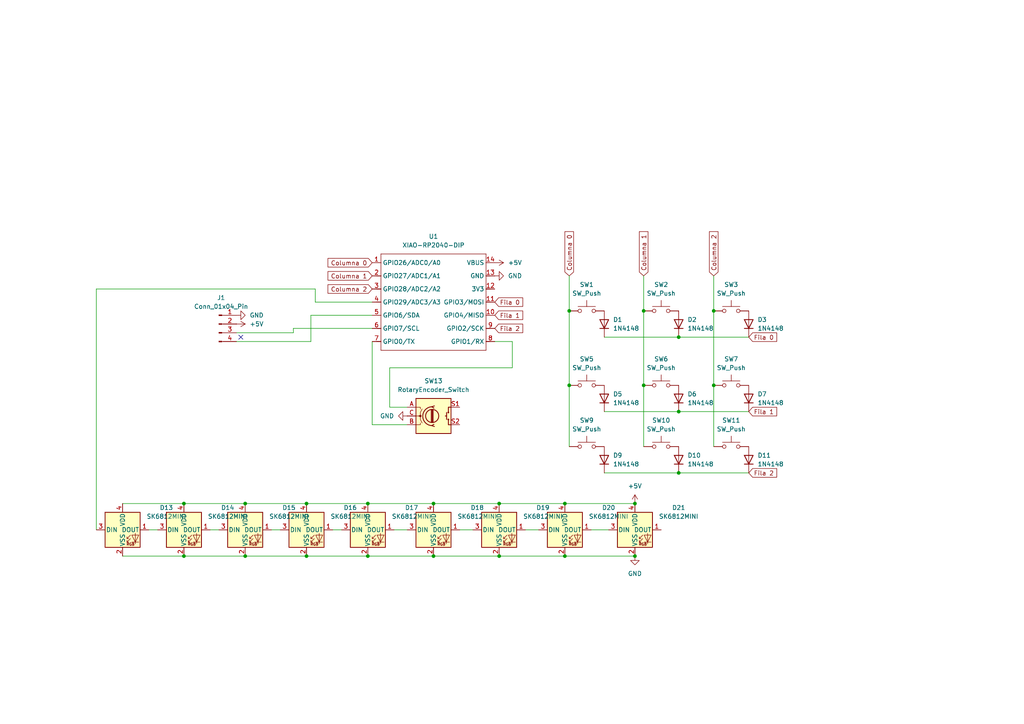
<source format=kicad_sch>
(kicad_sch
	(version 20250114)
	(generator "eeschema")
	(generator_version "9.0")
	(uuid "68a2fe0f-4b6e-412a-a02f-e763ca74f7b0")
	(paper "A4")
	(lib_symbols
		(symbol "Connector:Conn_01x04_Pin"
			(pin_names
				(offset 1.016)
				(hide yes)
			)
			(exclude_from_sim no)
			(in_bom yes)
			(on_board yes)
			(property "Reference" "J"
				(at 0 5.08 0)
				(effects
					(font
						(size 1.27 1.27)
					)
				)
			)
			(property "Value" "Conn_01x04_Pin"
				(at 0 -7.62 0)
				(effects
					(font
						(size 1.27 1.27)
					)
				)
			)
			(property "Footprint" ""
				(at 0 0 0)
				(effects
					(font
						(size 1.27 1.27)
					)
					(hide yes)
				)
			)
			(property "Datasheet" "~"
				(at 0 0 0)
				(effects
					(font
						(size 1.27 1.27)
					)
					(hide yes)
				)
			)
			(property "Description" "Generic connector, single row, 01x04, script generated"
				(at 0 0 0)
				(effects
					(font
						(size 1.27 1.27)
					)
					(hide yes)
				)
			)
			(property "ki_locked" ""
				(at 0 0 0)
				(effects
					(font
						(size 1.27 1.27)
					)
				)
			)
			(property "ki_keywords" "connector"
				(at 0 0 0)
				(effects
					(font
						(size 1.27 1.27)
					)
					(hide yes)
				)
			)
			(property "ki_fp_filters" "Connector*:*_1x??_*"
				(at 0 0 0)
				(effects
					(font
						(size 1.27 1.27)
					)
					(hide yes)
				)
			)
			(symbol "Conn_01x04_Pin_1_1"
				(rectangle
					(start 0.8636 2.667)
					(end 0 2.413)
					(stroke
						(width 0.1524)
						(type default)
					)
					(fill
						(type outline)
					)
				)
				(rectangle
					(start 0.8636 0.127)
					(end 0 -0.127)
					(stroke
						(width 0.1524)
						(type default)
					)
					(fill
						(type outline)
					)
				)
				(rectangle
					(start 0.8636 -2.413)
					(end 0 -2.667)
					(stroke
						(width 0.1524)
						(type default)
					)
					(fill
						(type outline)
					)
				)
				(rectangle
					(start 0.8636 -4.953)
					(end 0 -5.207)
					(stroke
						(width 0.1524)
						(type default)
					)
					(fill
						(type outline)
					)
				)
				(polyline
					(pts
						(xy 1.27 2.54) (xy 0.8636 2.54)
					)
					(stroke
						(width 0.1524)
						(type default)
					)
					(fill
						(type none)
					)
				)
				(polyline
					(pts
						(xy 1.27 0) (xy 0.8636 0)
					)
					(stroke
						(width 0.1524)
						(type default)
					)
					(fill
						(type none)
					)
				)
				(polyline
					(pts
						(xy 1.27 -2.54) (xy 0.8636 -2.54)
					)
					(stroke
						(width 0.1524)
						(type default)
					)
					(fill
						(type none)
					)
				)
				(polyline
					(pts
						(xy 1.27 -5.08) (xy 0.8636 -5.08)
					)
					(stroke
						(width 0.1524)
						(type default)
					)
					(fill
						(type none)
					)
				)
				(pin passive line
					(at 5.08 2.54 180)
					(length 3.81)
					(name "Pin_1"
						(effects
							(font
								(size 1.27 1.27)
							)
						)
					)
					(number "1"
						(effects
							(font
								(size 1.27 1.27)
							)
						)
					)
				)
				(pin passive line
					(at 5.08 0 180)
					(length 3.81)
					(name "Pin_2"
						(effects
							(font
								(size 1.27 1.27)
							)
						)
					)
					(number "2"
						(effects
							(font
								(size 1.27 1.27)
							)
						)
					)
				)
				(pin passive line
					(at 5.08 -2.54 180)
					(length 3.81)
					(name "Pin_3"
						(effects
							(font
								(size 1.27 1.27)
							)
						)
					)
					(number "3"
						(effects
							(font
								(size 1.27 1.27)
							)
						)
					)
				)
				(pin passive line
					(at 5.08 -5.08 180)
					(length 3.81)
					(name "Pin_4"
						(effects
							(font
								(size 1.27 1.27)
							)
						)
					)
					(number "4"
						(effects
							(font
								(size 1.27 1.27)
							)
						)
					)
				)
			)
			(embedded_fonts no)
		)
		(symbol "Device:RotaryEncoder_Switch"
			(pin_names
				(offset 0.254)
				(hide yes)
			)
			(exclude_from_sim no)
			(in_bom yes)
			(on_board yes)
			(property "Reference" "SW"
				(at 0 6.604 0)
				(effects
					(font
						(size 1.27 1.27)
					)
				)
			)
			(property "Value" "RotaryEncoder_Switch"
				(at 0 -6.604 0)
				(effects
					(font
						(size 1.27 1.27)
					)
				)
			)
			(property "Footprint" ""
				(at -3.81 4.064 0)
				(effects
					(font
						(size 1.27 1.27)
					)
					(hide yes)
				)
			)
			(property "Datasheet" "~"
				(at 0 6.604 0)
				(effects
					(font
						(size 1.27 1.27)
					)
					(hide yes)
				)
			)
			(property "Description" "Rotary encoder, dual channel, incremental quadrate outputs, with switch"
				(at 0 0 0)
				(effects
					(font
						(size 1.27 1.27)
					)
					(hide yes)
				)
			)
			(property "ki_keywords" "rotary switch encoder switch push button"
				(at 0 0 0)
				(effects
					(font
						(size 1.27 1.27)
					)
					(hide yes)
				)
			)
			(property "ki_fp_filters" "RotaryEncoder*Switch*"
				(at 0 0 0)
				(effects
					(font
						(size 1.27 1.27)
					)
					(hide yes)
				)
			)
			(symbol "RotaryEncoder_Switch_0_1"
				(rectangle
					(start -5.08 5.08)
					(end 5.08 -5.08)
					(stroke
						(width 0.254)
						(type default)
					)
					(fill
						(type background)
					)
				)
				(polyline
					(pts
						(xy -5.08 2.54) (xy -3.81 2.54) (xy -3.81 2.032)
					)
					(stroke
						(width 0)
						(type default)
					)
					(fill
						(type none)
					)
				)
				(polyline
					(pts
						(xy -5.08 0) (xy -3.81 0) (xy -3.81 -1.016) (xy -3.302 -2.032)
					)
					(stroke
						(width 0)
						(type default)
					)
					(fill
						(type none)
					)
				)
				(polyline
					(pts
						(xy -5.08 -2.54) (xy -3.81 -2.54) (xy -3.81 -2.032)
					)
					(stroke
						(width 0)
						(type default)
					)
					(fill
						(type none)
					)
				)
				(polyline
					(pts
						(xy -4.318 0) (xy -3.81 0) (xy -3.81 1.016) (xy -3.302 2.032)
					)
					(stroke
						(width 0)
						(type default)
					)
					(fill
						(type none)
					)
				)
				(circle
					(center -3.81 0)
					(radius 0.254)
					(stroke
						(width 0)
						(type default)
					)
					(fill
						(type outline)
					)
				)
				(polyline
					(pts
						(xy -0.635 -1.778) (xy -0.635 1.778)
					)
					(stroke
						(width 0.254)
						(type default)
					)
					(fill
						(type none)
					)
				)
				(circle
					(center -0.381 0)
					(radius 1.905)
					(stroke
						(width 0.254)
						(type default)
					)
					(fill
						(type none)
					)
				)
				(polyline
					(pts
						(xy -0.381 -1.778) (xy -0.381 1.778)
					)
					(stroke
						(width 0.254)
						(type default)
					)
					(fill
						(type none)
					)
				)
				(arc
					(start -0.381 -2.794)
					(mid -3.0988 -0.0635)
					(end -0.381 2.667)
					(stroke
						(width 0.254)
						(type default)
					)
					(fill
						(type none)
					)
				)
				(polyline
					(pts
						(xy -0.127 1.778) (xy -0.127 -1.778)
					)
					(stroke
						(width 0.254)
						(type default)
					)
					(fill
						(type none)
					)
				)
				(polyline
					(pts
						(xy 0.254 2.921) (xy -0.508 2.667) (xy 0.127 2.286)
					)
					(stroke
						(width 0.254)
						(type default)
					)
					(fill
						(type none)
					)
				)
				(polyline
					(pts
						(xy 0.254 -3.048) (xy -0.508 -2.794) (xy 0.127 -2.413)
					)
					(stroke
						(width 0.254)
						(type default)
					)
					(fill
						(type none)
					)
				)
				(polyline
					(pts
						(xy 3.81 1.016) (xy 3.81 -1.016)
					)
					(stroke
						(width 0.254)
						(type default)
					)
					(fill
						(type none)
					)
				)
				(polyline
					(pts
						(xy 3.81 0) (xy 3.429 0)
					)
					(stroke
						(width 0.254)
						(type default)
					)
					(fill
						(type none)
					)
				)
				(circle
					(center 4.318 1.016)
					(radius 0.127)
					(stroke
						(width 0.254)
						(type default)
					)
					(fill
						(type none)
					)
				)
				(circle
					(center 4.318 -1.016)
					(radius 0.127)
					(stroke
						(width 0.254)
						(type default)
					)
					(fill
						(type none)
					)
				)
				(polyline
					(pts
						(xy 5.08 2.54) (xy 4.318 2.54) (xy 4.318 1.016)
					)
					(stroke
						(width 0.254)
						(type default)
					)
					(fill
						(type none)
					)
				)
				(polyline
					(pts
						(xy 5.08 -2.54) (xy 4.318 -2.54) (xy 4.318 -1.016)
					)
					(stroke
						(width 0.254)
						(type default)
					)
					(fill
						(type none)
					)
				)
			)
			(symbol "RotaryEncoder_Switch_1_1"
				(pin passive line
					(at -7.62 2.54 0)
					(length 2.54)
					(name "A"
						(effects
							(font
								(size 1.27 1.27)
							)
						)
					)
					(number "A"
						(effects
							(font
								(size 1.27 1.27)
							)
						)
					)
				)
				(pin passive line
					(at -7.62 0 0)
					(length 2.54)
					(name "C"
						(effects
							(font
								(size 1.27 1.27)
							)
						)
					)
					(number "C"
						(effects
							(font
								(size 1.27 1.27)
							)
						)
					)
				)
				(pin passive line
					(at -7.62 -2.54 0)
					(length 2.54)
					(name "B"
						(effects
							(font
								(size 1.27 1.27)
							)
						)
					)
					(number "B"
						(effects
							(font
								(size 1.27 1.27)
							)
						)
					)
				)
				(pin passive line
					(at 7.62 2.54 180)
					(length 2.54)
					(name "S1"
						(effects
							(font
								(size 1.27 1.27)
							)
						)
					)
					(number "S1"
						(effects
							(font
								(size 1.27 1.27)
							)
						)
					)
				)
				(pin passive line
					(at 7.62 -2.54 180)
					(length 2.54)
					(name "S2"
						(effects
							(font
								(size 1.27 1.27)
							)
						)
					)
					(number "S2"
						(effects
							(font
								(size 1.27 1.27)
							)
						)
					)
				)
			)
			(embedded_fonts no)
		)
		(symbol "Diode:1N4148"
			(pin_numbers
				(hide yes)
			)
			(pin_names
				(hide yes)
			)
			(exclude_from_sim no)
			(in_bom yes)
			(on_board yes)
			(property "Reference" "D"
				(at 0 2.54 0)
				(effects
					(font
						(size 1.27 1.27)
					)
				)
			)
			(property "Value" "1N4148"
				(at 0 -2.54 0)
				(effects
					(font
						(size 1.27 1.27)
					)
				)
			)
			(property "Footprint" "Diode_THT:D_DO-35_SOD27_P7.62mm_Horizontal"
				(at 0 0 0)
				(effects
					(font
						(size 1.27 1.27)
					)
					(hide yes)
				)
			)
			(property "Datasheet" "https://assets.nexperia.com/documents/data-sheet/1N4148_1N4448.pdf"
				(at 0 0 0)
				(effects
					(font
						(size 1.27 1.27)
					)
					(hide yes)
				)
			)
			(property "Description" "100V 0.15A standard switching diode, DO-35"
				(at 0 0 0)
				(effects
					(font
						(size 1.27 1.27)
					)
					(hide yes)
				)
			)
			(property "Sim.Device" "D"
				(at 0 0 0)
				(effects
					(font
						(size 1.27 1.27)
					)
					(hide yes)
				)
			)
			(property "Sim.Pins" "1=K 2=A"
				(at 0 0 0)
				(effects
					(font
						(size 1.27 1.27)
					)
					(hide yes)
				)
			)
			(property "ki_keywords" "diode"
				(at 0 0 0)
				(effects
					(font
						(size 1.27 1.27)
					)
					(hide yes)
				)
			)
			(property "ki_fp_filters" "D*DO?35*"
				(at 0 0 0)
				(effects
					(font
						(size 1.27 1.27)
					)
					(hide yes)
				)
			)
			(symbol "1N4148_0_1"
				(polyline
					(pts
						(xy -1.27 1.27) (xy -1.27 -1.27)
					)
					(stroke
						(width 0.254)
						(type default)
					)
					(fill
						(type none)
					)
				)
				(polyline
					(pts
						(xy 1.27 1.27) (xy 1.27 -1.27) (xy -1.27 0) (xy 1.27 1.27)
					)
					(stroke
						(width 0.254)
						(type default)
					)
					(fill
						(type none)
					)
				)
				(polyline
					(pts
						(xy 1.27 0) (xy -1.27 0)
					)
					(stroke
						(width 0)
						(type default)
					)
					(fill
						(type none)
					)
				)
			)
			(symbol "1N4148_1_1"
				(pin passive line
					(at -3.81 0 0)
					(length 2.54)
					(name "K"
						(effects
							(font
								(size 1.27 1.27)
							)
						)
					)
					(number "1"
						(effects
							(font
								(size 1.27 1.27)
							)
						)
					)
				)
				(pin passive line
					(at 3.81 0 180)
					(length 2.54)
					(name "A"
						(effects
							(font
								(size 1.27 1.27)
							)
						)
					)
					(number "2"
						(effects
							(font
								(size 1.27 1.27)
							)
						)
					)
				)
			)
			(embedded_fonts no)
		)
		(symbol "LED:SK6812MINI"
			(pin_names
				(offset 0.254)
			)
			(exclude_from_sim no)
			(in_bom yes)
			(on_board yes)
			(property "Reference" "D"
				(at 5.08 5.715 0)
				(effects
					(font
						(size 1.27 1.27)
					)
					(justify right bottom)
				)
			)
			(property "Value" "SK6812MINI"
				(at 1.27 -5.715 0)
				(effects
					(font
						(size 1.27 1.27)
					)
					(justify left top)
				)
			)
			(property "Footprint" "LED_SMD:LED_SK6812MINI_PLCC4_3.5x3.5mm_P1.75mm"
				(at 1.27 -7.62 0)
				(effects
					(font
						(size 1.27 1.27)
					)
					(justify left top)
					(hide yes)
				)
			)
			(property "Datasheet" "https://cdn-shop.adafruit.com/product-files/2686/SK6812MINI_REV.01-1-2.pdf"
				(at 2.54 -9.525 0)
				(effects
					(font
						(size 1.27 1.27)
					)
					(justify left top)
					(hide yes)
				)
			)
			(property "Description" "RGB LED with integrated controller"
				(at 0 0 0)
				(effects
					(font
						(size 1.27 1.27)
					)
					(hide yes)
				)
			)
			(property "ki_keywords" "RGB LED NeoPixel Mini addressable"
				(at 0 0 0)
				(effects
					(font
						(size 1.27 1.27)
					)
					(hide yes)
				)
			)
			(property "ki_fp_filters" "LED*SK6812MINI*PLCC*3.5x3.5mm*P1.75mm*"
				(at 0 0 0)
				(effects
					(font
						(size 1.27 1.27)
					)
					(hide yes)
				)
			)
			(symbol "SK6812MINI_0_0"
				(text "RGB"
					(at 2.286 -4.191 0)
					(effects
						(font
							(size 0.762 0.762)
						)
					)
				)
			)
			(symbol "SK6812MINI_0_1"
				(polyline
					(pts
						(xy 1.27 -2.54) (xy 1.778 -2.54)
					)
					(stroke
						(width 0)
						(type default)
					)
					(fill
						(type none)
					)
				)
				(polyline
					(pts
						(xy 1.27 -3.556) (xy 1.778 -3.556)
					)
					(stroke
						(width 0)
						(type default)
					)
					(fill
						(type none)
					)
				)
				(polyline
					(pts
						(xy 2.286 -1.524) (xy 1.27 -2.54) (xy 1.27 -2.032)
					)
					(stroke
						(width 0)
						(type default)
					)
					(fill
						(type none)
					)
				)
				(polyline
					(pts
						(xy 2.286 -2.54) (xy 1.27 -3.556) (xy 1.27 -3.048)
					)
					(stroke
						(width 0)
						(type default)
					)
					(fill
						(type none)
					)
				)
				(polyline
					(pts
						(xy 3.683 -1.016) (xy 3.683 -3.556) (xy 3.683 -4.064)
					)
					(stroke
						(width 0)
						(type default)
					)
					(fill
						(type none)
					)
				)
				(polyline
					(pts
						(xy 4.699 -1.524) (xy 2.667 -1.524) (xy 3.683 -3.556) (xy 4.699 -1.524)
					)
					(stroke
						(width 0)
						(type default)
					)
					(fill
						(type none)
					)
				)
				(polyline
					(pts
						(xy 4.699 -3.556) (xy 2.667 -3.556)
					)
					(stroke
						(width 0)
						(type default)
					)
					(fill
						(type none)
					)
				)
				(rectangle
					(start 5.08 5.08)
					(end -5.08 -5.08)
					(stroke
						(width 0.254)
						(type default)
					)
					(fill
						(type background)
					)
				)
			)
			(symbol "SK6812MINI_1_1"
				(pin input line
					(at -7.62 0 0)
					(length 2.54)
					(name "DIN"
						(effects
							(font
								(size 1.27 1.27)
							)
						)
					)
					(number "3"
						(effects
							(font
								(size 1.27 1.27)
							)
						)
					)
				)
				(pin power_in line
					(at 0 7.62 270)
					(length 2.54)
					(name "VDD"
						(effects
							(font
								(size 1.27 1.27)
							)
						)
					)
					(number "4"
						(effects
							(font
								(size 1.27 1.27)
							)
						)
					)
				)
				(pin power_in line
					(at 0 -7.62 90)
					(length 2.54)
					(name "VSS"
						(effects
							(font
								(size 1.27 1.27)
							)
						)
					)
					(number "2"
						(effects
							(font
								(size 1.27 1.27)
							)
						)
					)
				)
				(pin output line
					(at 7.62 0 180)
					(length 2.54)
					(name "DOUT"
						(effects
							(font
								(size 1.27 1.27)
							)
						)
					)
					(number "1"
						(effects
							(font
								(size 1.27 1.27)
							)
						)
					)
				)
			)
			(embedded_fonts no)
		)
		(symbol "OPL:XIAO-RP2040-DIP"
			(exclude_from_sim no)
			(in_bom yes)
			(on_board yes)
			(property "Reference" "U"
				(at 0 0 0)
				(effects
					(font
						(size 1.27 1.27)
					)
				)
			)
			(property "Value" "XIAO-RP2040-DIP"
				(at 5.334 -1.778 0)
				(effects
					(font
						(size 1.27 1.27)
					)
				)
			)
			(property "Footprint" "Module:MOUDLE14P-XIAO-DIP-SMD"
				(at 14.478 -32.258 0)
				(effects
					(font
						(size 1.27 1.27)
					)
					(hide yes)
				)
			)
			(property "Datasheet" ""
				(at 0 0 0)
				(effects
					(font
						(size 1.27 1.27)
					)
					(hide yes)
				)
			)
			(property "Description" ""
				(at 0 0 0)
				(effects
					(font
						(size 1.27 1.27)
					)
					(hide yes)
				)
			)
			(symbol "XIAO-RP2040-DIP_1_0"
				(polyline
					(pts
						(xy -1.27 -2.54) (xy 29.21 -2.54)
					)
					(stroke
						(width 0.1524)
						(type solid)
					)
					(fill
						(type none)
					)
				)
				(polyline
					(pts
						(xy -1.27 -5.08) (xy -2.54 -5.08)
					)
					(stroke
						(width 0.1524)
						(type solid)
					)
					(fill
						(type none)
					)
				)
				(polyline
					(pts
						(xy -1.27 -5.08) (xy -1.27 -2.54)
					)
					(stroke
						(width 0.1524)
						(type solid)
					)
					(fill
						(type none)
					)
				)
				(polyline
					(pts
						(xy -1.27 -8.89) (xy -2.54 -8.89)
					)
					(stroke
						(width 0.1524)
						(type solid)
					)
					(fill
						(type none)
					)
				)
				(polyline
					(pts
						(xy -1.27 -8.89) (xy -1.27 -5.08)
					)
					(stroke
						(width 0.1524)
						(type solid)
					)
					(fill
						(type none)
					)
				)
				(polyline
					(pts
						(xy -1.27 -12.7) (xy -2.54 -12.7)
					)
					(stroke
						(width 0.1524)
						(type solid)
					)
					(fill
						(type none)
					)
				)
				(polyline
					(pts
						(xy -1.27 -12.7) (xy -1.27 -8.89)
					)
					(stroke
						(width 0.1524)
						(type solid)
					)
					(fill
						(type none)
					)
				)
				(polyline
					(pts
						(xy -1.27 -16.51) (xy -2.54 -16.51)
					)
					(stroke
						(width 0.1524)
						(type solid)
					)
					(fill
						(type none)
					)
				)
				(polyline
					(pts
						(xy -1.27 -16.51) (xy -1.27 -12.7)
					)
					(stroke
						(width 0.1524)
						(type solid)
					)
					(fill
						(type none)
					)
				)
				(polyline
					(pts
						(xy -1.27 -20.32) (xy -2.54 -20.32)
					)
					(stroke
						(width 0.1524)
						(type solid)
					)
					(fill
						(type none)
					)
				)
				(polyline
					(pts
						(xy -1.27 -24.13) (xy -2.54 -24.13)
					)
					(stroke
						(width 0.1524)
						(type solid)
					)
					(fill
						(type none)
					)
				)
				(polyline
					(pts
						(xy -1.27 -27.94) (xy -2.54 -27.94)
					)
					(stroke
						(width 0.1524)
						(type solid)
					)
					(fill
						(type none)
					)
				)
				(polyline
					(pts
						(xy -1.27 -30.48) (xy -1.27 -16.51)
					)
					(stroke
						(width 0.1524)
						(type solid)
					)
					(fill
						(type none)
					)
				)
				(polyline
					(pts
						(xy 29.21 -2.54) (xy 29.21 -5.08)
					)
					(stroke
						(width 0.1524)
						(type solid)
					)
					(fill
						(type none)
					)
				)
				(polyline
					(pts
						(xy 29.21 -5.08) (xy 29.21 -8.89)
					)
					(stroke
						(width 0.1524)
						(type solid)
					)
					(fill
						(type none)
					)
				)
				(polyline
					(pts
						(xy 29.21 -8.89) (xy 29.21 -12.7)
					)
					(stroke
						(width 0.1524)
						(type solid)
					)
					(fill
						(type none)
					)
				)
				(polyline
					(pts
						(xy 29.21 -12.7) (xy 29.21 -30.48)
					)
					(stroke
						(width 0.1524)
						(type solid)
					)
					(fill
						(type none)
					)
				)
				(polyline
					(pts
						(xy 29.21 -30.48) (xy -1.27 -30.48)
					)
					(stroke
						(width 0.1524)
						(type solid)
					)
					(fill
						(type none)
					)
				)
				(polyline
					(pts
						(xy 30.48 -5.08) (xy 29.21 -5.08)
					)
					(stroke
						(width 0.1524)
						(type solid)
					)
					(fill
						(type none)
					)
				)
				(polyline
					(pts
						(xy 30.48 -8.89) (xy 29.21 -8.89)
					)
					(stroke
						(width 0.1524)
						(type solid)
					)
					(fill
						(type none)
					)
				)
				(polyline
					(pts
						(xy 30.48 -12.7) (xy 29.21 -12.7)
					)
					(stroke
						(width 0.1524)
						(type solid)
					)
					(fill
						(type none)
					)
				)
				(polyline
					(pts
						(xy 30.48 -16.51) (xy 29.21 -16.51)
					)
					(stroke
						(width 0.1524)
						(type solid)
					)
					(fill
						(type none)
					)
				)
				(polyline
					(pts
						(xy 30.48 -20.32) (xy 29.21 -20.32)
					)
					(stroke
						(width 0.1524)
						(type solid)
					)
					(fill
						(type none)
					)
				)
				(polyline
					(pts
						(xy 30.48 -24.13) (xy 29.21 -24.13)
					)
					(stroke
						(width 0.1524)
						(type solid)
					)
					(fill
						(type none)
					)
				)
				(polyline
					(pts
						(xy 30.48 -27.94) (xy 29.21 -27.94)
					)
					(stroke
						(width 0.1524)
						(type solid)
					)
					(fill
						(type none)
					)
				)
				(pin passive line
					(at -3.81 -5.08 0)
					(length 2.54)
					(name "GPIO26/ADC0/A0"
						(effects
							(font
								(size 1.27 1.27)
							)
						)
					)
					(number "1"
						(effects
							(font
								(size 1.27 1.27)
							)
						)
					)
				)
				(pin passive line
					(at -3.81 -8.89 0)
					(length 2.54)
					(name "GPIO27/ADC1/A1"
						(effects
							(font
								(size 1.27 1.27)
							)
						)
					)
					(number "2"
						(effects
							(font
								(size 1.27 1.27)
							)
						)
					)
				)
				(pin passive line
					(at -3.81 -12.7 0)
					(length 2.54)
					(name "GPIO28/ADC2/A2"
						(effects
							(font
								(size 1.27 1.27)
							)
						)
					)
					(number "3"
						(effects
							(font
								(size 1.27 1.27)
							)
						)
					)
				)
				(pin passive line
					(at -3.81 -16.51 0)
					(length 2.54)
					(name "GPIO29/ADC3/A3"
						(effects
							(font
								(size 1.27 1.27)
							)
						)
					)
					(number "4"
						(effects
							(font
								(size 1.27 1.27)
							)
						)
					)
				)
				(pin passive line
					(at -3.81 -20.32 0)
					(length 2.54)
					(name "GPIO6/SDA"
						(effects
							(font
								(size 1.27 1.27)
							)
						)
					)
					(number "5"
						(effects
							(font
								(size 1.27 1.27)
							)
						)
					)
				)
				(pin passive line
					(at -3.81 -24.13 0)
					(length 2.54)
					(name "GPIO7/SCL"
						(effects
							(font
								(size 1.27 1.27)
							)
						)
					)
					(number "6"
						(effects
							(font
								(size 1.27 1.27)
							)
						)
					)
				)
				(pin passive line
					(at -3.81 -27.94 0)
					(length 2.54)
					(name "GPIO0/TX"
						(effects
							(font
								(size 1.27 1.27)
							)
						)
					)
					(number "7"
						(effects
							(font
								(size 1.27 1.27)
							)
						)
					)
				)
				(pin passive line
					(at 31.75 -5.08 180)
					(length 2.54)
					(name "VBUS"
						(effects
							(font
								(size 1.27 1.27)
							)
						)
					)
					(number "14"
						(effects
							(font
								(size 1.27 1.27)
							)
						)
					)
				)
				(pin passive line
					(at 31.75 -8.89 180)
					(length 2.54)
					(name "GND"
						(effects
							(font
								(size 1.27 1.27)
							)
						)
					)
					(number "13"
						(effects
							(font
								(size 1.27 1.27)
							)
						)
					)
				)
				(pin passive line
					(at 31.75 -12.7 180)
					(length 2.54)
					(name "3V3"
						(effects
							(font
								(size 1.27 1.27)
							)
						)
					)
					(number "12"
						(effects
							(font
								(size 1.27 1.27)
							)
						)
					)
				)
				(pin passive line
					(at 31.75 -16.51 180)
					(length 2.54)
					(name "GPIO3/MOSI"
						(effects
							(font
								(size 1.27 1.27)
							)
						)
					)
					(number "11"
						(effects
							(font
								(size 1.27 1.27)
							)
						)
					)
				)
				(pin passive line
					(at 31.75 -20.32 180)
					(length 2.54)
					(name "GPIO4/MISO"
						(effects
							(font
								(size 1.27 1.27)
							)
						)
					)
					(number "10"
						(effects
							(font
								(size 1.27 1.27)
							)
						)
					)
				)
				(pin passive line
					(at 31.75 -24.13 180)
					(length 2.54)
					(name "GPIO2/SCK"
						(effects
							(font
								(size 1.27 1.27)
							)
						)
					)
					(number "9"
						(effects
							(font
								(size 1.27 1.27)
							)
						)
					)
				)
				(pin passive line
					(at 31.75 -27.94 180)
					(length 2.54)
					(name "GPIO1/RX"
						(effects
							(font
								(size 1.27 1.27)
							)
						)
					)
					(number "8"
						(effects
							(font
								(size 1.27 1.27)
							)
						)
					)
				)
			)
			(embedded_fonts no)
		)
		(symbol "Switch:SW_Push"
			(pin_numbers
				(hide yes)
			)
			(pin_names
				(offset 1.016)
				(hide yes)
			)
			(exclude_from_sim no)
			(in_bom yes)
			(on_board yes)
			(property "Reference" "SW"
				(at 1.27 2.54 0)
				(effects
					(font
						(size 1.27 1.27)
					)
					(justify left)
				)
			)
			(property "Value" "SW_Push"
				(at 0 -1.524 0)
				(effects
					(font
						(size 1.27 1.27)
					)
				)
			)
			(property "Footprint" ""
				(at 0 5.08 0)
				(effects
					(font
						(size 1.27 1.27)
					)
					(hide yes)
				)
			)
			(property "Datasheet" "~"
				(at 0 5.08 0)
				(effects
					(font
						(size 1.27 1.27)
					)
					(hide yes)
				)
			)
			(property "Description" "Push button switch, generic, two pins"
				(at 0 0 0)
				(effects
					(font
						(size 1.27 1.27)
					)
					(hide yes)
				)
			)
			(property "ki_keywords" "switch normally-open pushbutton push-button"
				(at 0 0 0)
				(effects
					(font
						(size 1.27 1.27)
					)
					(hide yes)
				)
			)
			(symbol "SW_Push_0_1"
				(circle
					(center -2.032 0)
					(radius 0.508)
					(stroke
						(width 0)
						(type default)
					)
					(fill
						(type none)
					)
				)
				(polyline
					(pts
						(xy 0 1.27) (xy 0 3.048)
					)
					(stroke
						(width 0)
						(type default)
					)
					(fill
						(type none)
					)
				)
				(circle
					(center 2.032 0)
					(radius 0.508)
					(stroke
						(width 0)
						(type default)
					)
					(fill
						(type none)
					)
				)
				(polyline
					(pts
						(xy 2.54 1.27) (xy -2.54 1.27)
					)
					(stroke
						(width 0)
						(type default)
					)
					(fill
						(type none)
					)
				)
				(pin passive line
					(at -5.08 0 0)
					(length 2.54)
					(name "1"
						(effects
							(font
								(size 1.27 1.27)
							)
						)
					)
					(number "1"
						(effects
							(font
								(size 1.27 1.27)
							)
						)
					)
				)
				(pin passive line
					(at 5.08 0 180)
					(length 2.54)
					(name "2"
						(effects
							(font
								(size 1.27 1.27)
							)
						)
					)
					(number "2"
						(effects
							(font
								(size 1.27 1.27)
							)
						)
					)
				)
			)
			(embedded_fonts no)
		)
		(symbol "power:+5V"
			(power)
			(pin_numbers
				(hide yes)
			)
			(pin_names
				(offset 0)
				(hide yes)
			)
			(exclude_from_sim no)
			(in_bom yes)
			(on_board yes)
			(property "Reference" "#PWR"
				(at 0 -3.81 0)
				(effects
					(font
						(size 1.27 1.27)
					)
					(hide yes)
				)
			)
			(property "Value" "+5V"
				(at 0 3.556 0)
				(effects
					(font
						(size 1.27 1.27)
					)
				)
			)
			(property "Footprint" ""
				(at 0 0 0)
				(effects
					(font
						(size 1.27 1.27)
					)
					(hide yes)
				)
			)
			(property "Datasheet" ""
				(at 0 0 0)
				(effects
					(font
						(size 1.27 1.27)
					)
					(hide yes)
				)
			)
			(property "Description" "Power symbol creates a global label with name \"+5V\""
				(at 0 0 0)
				(effects
					(font
						(size 1.27 1.27)
					)
					(hide yes)
				)
			)
			(property "ki_keywords" "global power"
				(at 0 0 0)
				(effects
					(font
						(size 1.27 1.27)
					)
					(hide yes)
				)
			)
			(symbol "+5V_0_1"
				(polyline
					(pts
						(xy -0.762 1.27) (xy 0 2.54)
					)
					(stroke
						(width 0)
						(type default)
					)
					(fill
						(type none)
					)
				)
				(polyline
					(pts
						(xy 0 2.54) (xy 0.762 1.27)
					)
					(stroke
						(width 0)
						(type default)
					)
					(fill
						(type none)
					)
				)
				(polyline
					(pts
						(xy 0 0) (xy 0 2.54)
					)
					(stroke
						(width 0)
						(type default)
					)
					(fill
						(type none)
					)
				)
			)
			(symbol "+5V_1_1"
				(pin power_in line
					(at 0 0 90)
					(length 0)
					(name "~"
						(effects
							(font
								(size 1.27 1.27)
							)
						)
					)
					(number "1"
						(effects
							(font
								(size 1.27 1.27)
							)
						)
					)
				)
			)
			(embedded_fonts no)
		)
		(symbol "power:GND"
			(power)
			(pin_numbers
				(hide yes)
			)
			(pin_names
				(offset 0)
				(hide yes)
			)
			(exclude_from_sim no)
			(in_bom yes)
			(on_board yes)
			(property "Reference" "#PWR"
				(at 0 -6.35 0)
				(effects
					(font
						(size 1.27 1.27)
					)
					(hide yes)
				)
			)
			(property "Value" "GND"
				(at 0 -3.81 0)
				(effects
					(font
						(size 1.27 1.27)
					)
				)
			)
			(property "Footprint" ""
				(at 0 0 0)
				(effects
					(font
						(size 1.27 1.27)
					)
					(hide yes)
				)
			)
			(property "Datasheet" ""
				(at 0 0 0)
				(effects
					(font
						(size 1.27 1.27)
					)
					(hide yes)
				)
			)
			(property "Description" "Power symbol creates a global label with name \"GND\" , ground"
				(at 0 0 0)
				(effects
					(font
						(size 1.27 1.27)
					)
					(hide yes)
				)
			)
			(property "ki_keywords" "global power"
				(at 0 0 0)
				(effects
					(font
						(size 1.27 1.27)
					)
					(hide yes)
				)
			)
			(symbol "GND_0_1"
				(polyline
					(pts
						(xy 0 0) (xy 0 -1.27) (xy 1.27 -1.27) (xy 0 -2.54) (xy -1.27 -1.27) (xy 0 -1.27)
					)
					(stroke
						(width 0)
						(type default)
					)
					(fill
						(type none)
					)
				)
			)
			(symbol "GND_1_1"
				(pin power_in line
					(at 0 0 270)
					(length 0)
					(name "~"
						(effects
							(font
								(size 1.27 1.27)
							)
						)
					)
					(number "1"
						(effects
							(font
								(size 1.27 1.27)
							)
						)
					)
				)
			)
			(embedded_fonts no)
		)
	)
	(junction
		(at 207.01 111.76)
		(diameter 0)
		(color 0 0 0 0)
		(uuid "0182d39c-5424-4015-974d-583d1b4f6a7d")
	)
	(junction
		(at 165.1 111.76)
		(diameter 0)
		(color 0 0 0 0)
		(uuid "0e4cd778-05bf-48e2-bde3-4175506fb17f")
	)
	(junction
		(at 184.15 161.29)
		(diameter 0)
		(color 0 0 0 0)
		(uuid "15733c7a-b4a4-4d1b-a180-0fce350ffc05")
	)
	(junction
		(at 71.12 146.05)
		(diameter 0)
		(color 0 0 0 0)
		(uuid "1ce3744d-582c-4f7e-8495-5b0bb23a5cf2")
	)
	(junction
		(at 163.83 146.05)
		(diameter 0)
		(color 0 0 0 0)
		(uuid "2edbe5d3-e1ba-4d82-b172-a366f69fbb1e")
	)
	(junction
		(at 53.34 161.29)
		(diameter 0)
		(color 0 0 0 0)
		(uuid "33732e67-b024-465e-a928-534ad5332b5f")
	)
	(junction
		(at 186.69 90.17)
		(diameter 0)
		(color 0 0 0 0)
		(uuid "34c708b6-bee6-433e-834d-ac3998615123")
	)
	(junction
		(at 207.01 90.17)
		(diameter 0)
		(color 0 0 0 0)
		(uuid "35405e0e-3790-4911-927c-07c052c3502d")
	)
	(junction
		(at 125.73 146.05)
		(diameter 0)
		(color 0 0 0 0)
		(uuid "3596543e-4b98-4b93-9627-ec7f1c155783")
	)
	(junction
		(at 106.68 161.29)
		(diameter 0)
		(color 0 0 0 0)
		(uuid "4f9969fc-5a6a-4a8d-9fad-d75b1fd544df")
	)
	(junction
		(at 186.69 111.76)
		(diameter 0)
		(color 0 0 0 0)
		(uuid "57e30576-76ed-47b7-9b59-28a2ea97ae5d")
	)
	(junction
		(at 163.83 161.29)
		(diameter 0)
		(color 0 0 0 0)
		(uuid "5fb08a26-a2a7-4c63-bdbf-50744093dbbd")
	)
	(junction
		(at 125.73 161.29)
		(diameter 0)
		(color 0 0 0 0)
		(uuid "6e1ad480-e0d5-4049-a4ab-99455460cc8d")
	)
	(junction
		(at 144.78 146.05)
		(diameter 0)
		(color 0 0 0 0)
		(uuid "8abd2147-565c-46c7-ae1a-7693499c55a2")
	)
	(junction
		(at 88.9 161.29)
		(diameter 0)
		(color 0 0 0 0)
		(uuid "92ba8450-b11f-47c1-afb2-38c93c9a384f")
	)
	(junction
		(at 71.12 161.29)
		(diameter 0)
		(color 0 0 0 0)
		(uuid "a65e8814-26c7-45dc-bb92-bc7726d34915")
	)
	(junction
		(at 106.68 146.05)
		(diameter 0)
		(color 0 0 0 0)
		(uuid "b3ed0111-8c1e-42ea-9d7a-64ae1ffbd702")
	)
	(junction
		(at 196.85 137.16)
		(diameter 0)
		(color 0 0 0 0)
		(uuid "c252ad2a-cc84-4b1e-98dc-233cc822af1d")
	)
	(junction
		(at 196.85 97.79)
		(diameter 0)
		(color 0 0 0 0)
		(uuid "cd68e1f7-a03e-4890-8ee3-dd24cd1c93db")
	)
	(junction
		(at 144.78 161.29)
		(diameter 0)
		(color 0 0 0 0)
		(uuid "cdec1da4-78a0-401f-9b5a-838d0130b121")
	)
	(junction
		(at 184.15 146.05)
		(diameter 0)
		(color 0 0 0 0)
		(uuid "e01dad58-f5fc-4782-8d60-d9b5fcbb75c7")
	)
	(junction
		(at 165.1 90.17)
		(diameter 0)
		(color 0 0 0 0)
		(uuid "e6213966-feb7-41c1-af8c-cc07cd71441a")
	)
	(junction
		(at 196.85 119.38)
		(diameter 0)
		(color 0 0 0 0)
		(uuid "efb36f14-4c0f-42c3-93f2-bb735561d62f")
	)
	(junction
		(at 88.9 146.05)
		(diameter 0)
		(color 0 0 0 0)
		(uuid "f1ef9ad0-43f3-49c6-bc04-e89c6a4f0db0")
	)
	(junction
		(at 53.34 146.05)
		(diameter 0)
		(color 0 0 0 0)
		(uuid "fa7ed7e7-51b2-45e6-915c-a31d1034615e")
	)
	(no_connect
		(at 69.85 97.79)
		(uuid "574b670f-de07-41ba-bae5-1bfd89dbae04")
	)
	(wire
		(pts
			(xy 144.78 161.29) (xy 125.73 161.29)
		)
		(stroke
			(width 0)
			(type default)
		)
		(uuid "07bcbc4b-7792-4163-81c3-501f0f64c11d")
	)
	(wire
		(pts
			(xy 175.26 119.38) (xy 196.85 119.38)
		)
		(stroke
			(width 0)
			(type default)
		)
		(uuid "0f9e38c6-7bb5-44af-a762-e931b7bc3ed6")
	)
	(wire
		(pts
			(xy 196.85 97.79) (xy 217.17 97.79)
		)
		(stroke
			(width 0)
			(type default)
		)
		(uuid "19609a1c-7092-41f1-ac22-83f8bacbe1da")
	)
	(wire
		(pts
			(xy 144.78 146.05) (xy 125.73 146.05)
		)
		(stroke
			(width 0)
			(type default)
		)
		(uuid "1ae6e846-d3cd-44e4-8a26-ebdb2d30f874")
	)
	(wire
		(pts
			(xy 207.01 80.01) (xy 207.01 90.17)
		)
		(stroke
			(width 0)
			(type default)
		)
		(uuid "1ea20499-e6c5-4d07-b716-cda536a0018f")
	)
	(wire
		(pts
			(xy 163.83 161.29) (xy 144.78 161.29)
		)
		(stroke
			(width 0)
			(type default)
		)
		(uuid "2104d9ed-91e5-424d-a1f8-909a8816c9fd")
	)
	(wire
		(pts
			(xy 165.1 80.01) (xy 165.1 90.17)
		)
		(stroke
			(width 0)
			(type default)
		)
		(uuid "2410e900-1f86-4ab2-b9df-987c8389ac48")
	)
	(wire
		(pts
			(xy 133.35 153.67) (xy 137.16 153.67)
		)
		(stroke
			(width 0)
			(type default)
		)
		(uuid "2f98d8ef-e47d-4ac0-8c62-37e5e20c4358")
	)
	(wire
		(pts
			(xy 53.34 161.29) (xy 71.12 161.29)
		)
		(stroke
			(width 0)
			(type default)
		)
		(uuid "3b144c7f-6e41-4134-b9dd-596eba9f83ac")
	)
	(wire
		(pts
			(xy 163.83 161.29) (xy 184.15 161.29)
		)
		(stroke
			(width 0)
			(type default)
		)
		(uuid "3bfbbf3a-be58-4ee6-a15f-8c6b8ae36b98")
	)
	(wire
		(pts
			(xy 35.56 146.05) (xy 53.34 146.05)
		)
		(stroke
			(width 0)
			(type default)
		)
		(uuid "3e93763b-f89b-45d8-ae69-a6f9f0adffad")
	)
	(wire
		(pts
			(xy 113.03 118.11) (xy 113.03 106.68)
		)
		(stroke
			(width 0)
			(type default)
		)
		(uuid "3faec268-0a64-4cc1-9fa0-06bfc3114ca7")
	)
	(wire
		(pts
			(xy 68.58 99.06) (xy 90.17 99.06)
		)
		(stroke
			(width 0)
			(type default)
		)
		(uuid "48113ccf-f633-4c3a-aa6c-4e298dbc9bc0")
	)
	(wire
		(pts
			(xy 85.09 95.25) (xy 107.95 95.25)
		)
		(stroke
			(width 0)
			(type default)
		)
		(uuid "49ff4fcb-ecbb-4ca4-b0ed-fd4be7b225f1")
	)
	(wire
		(pts
			(xy 68.58 96.52) (xy 85.09 96.52)
		)
		(stroke
			(width 0)
			(type default)
		)
		(uuid "4a643561-3fad-44fe-a238-b79c82725b17")
	)
	(wire
		(pts
			(xy 107.95 123.19) (xy 118.11 123.19)
		)
		(stroke
			(width 0)
			(type default)
		)
		(uuid "4d66af96-9a65-4a51-8848-daebb8506048")
	)
	(wire
		(pts
			(xy 91.44 83.82) (xy 91.44 87.63)
		)
		(stroke
			(width 0)
			(type default)
		)
		(uuid "4f67bb37-752d-4f3e-9433-5fa346306d40")
	)
	(wire
		(pts
			(xy 148.59 106.68) (xy 148.59 99.06)
		)
		(stroke
			(width 0)
			(type default)
		)
		(uuid "4ff01e6d-e488-4e18-bb37-86692132de0c")
	)
	(wire
		(pts
			(xy 171.45 153.67) (xy 176.53 153.67)
		)
		(stroke
			(width 0)
			(type default)
		)
		(uuid "53745df7-61a4-4d63-95c2-3c8a1d920516")
	)
	(wire
		(pts
			(xy 114.3 153.67) (xy 118.11 153.67)
		)
		(stroke
			(width 0)
			(type default)
		)
		(uuid "53b20928-dff5-47eb-bb47-c027468333e7")
	)
	(wire
		(pts
			(xy 165.1 90.17) (xy 165.1 111.76)
		)
		(stroke
			(width 0)
			(type default)
		)
		(uuid "6007528c-c1df-4d29-b216-a59082d489bb")
	)
	(wire
		(pts
			(xy 85.09 96.52) (xy 85.09 95.25)
		)
		(stroke
			(width 0)
			(type default)
		)
		(uuid "60c920c3-d987-4bea-a03e-98228db0d49d")
	)
	(wire
		(pts
			(xy 148.59 99.06) (xy 143.51 99.06)
		)
		(stroke
			(width 0)
			(type default)
		)
		(uuid "63057d2b-4362-42e3-8a91-123a007f03b2")
	)
	(wire
		(pts
			(xy 163.83 146.05) (xy 184.15 146.05)
		)
		(stroke
			(width 0)
			(type default)
		)
		(uuid "6a8d9243-fa18-4298-a5ac-249a5b5453e5")
	)
	(wire
		(pts
			(xy 96.52 153.67) (xy 99.06 153.67)
		)
		(stroke
			(width 0)
			(type default)
		)
		(uuid "70ed46ac-1c0a-434b-ae2e-f74511a2e945")
	)
	(wire
		(pts
			(xy 163.83 146.05) (xy 144.78 146.05)
		)
		(stroke
			(width 0)
			(type default)
		)
		(uuid "7326a4c8-c40c-4902-ad00-8795045fb98a")
	)
	(wire
		(pts
			(xy 71.12 146.05) (xy 88.9 146.05)
		)
		(stroke
			(width 0)
			(type default)
		)
		(uuid "75b84f22-a08a-4558-b298-7baa7b8044fd")
	)
	(wire
		(pts
			(xy 35.56 161.29) (xy 53.34 161.29)
		)
		(stroke
			(width 0)
			(type default)
		)
		(uuid "7d854bf5-e14b-4b23-8925-f471c7f5ac4c")
	)
	(wire
		(pts
			(xy 27.94 83.82) (xy 91.44 83.82)
		)
		(stroke
			(width 0)
			(type default)
		)
		(uuid "92d4a997-79eb-49f0-92d0-233a014ecd0c")
	)
	(wire
		(pts
			(xy 71.12 161.29) (xy 88.9 161.29)
		)
		(stroke
			(width 0)
			(type default)
		)
		(uuid "97688082-2671-4814-8687-81a0921fd602")
	)
	(wire
		(pts
			(xy 113.03 106.68) (xy 148.59 106.68)
		)
		(stroke
			(width 0)
			(type default)
		)
		(uuid "98c9edd5-d086-4f85-8f4f-b3bba872fad7")
	)
	(wire
		(pts
			(xy 88.9 146.05) (xy 106.68 146.05)
		)
		(stroke
			(width 0)
			(type default)
		)
		(uuid "9c720780-e786-4bbe-94b4-86046c2f70d2")
	)
	(wire
		(pts
			(xy 175.26 137.16) (xy 196.85 137.16)
		)
		(stroke
			(width 0)
			(type default)
		)
		(uuid "9f010f3a-b13f-4ba9-b4d8-ba0adcf52dbb")
	)
	(wire
		(pts
			(xy 60.96 153.67) (xy 63.5 153.67)
		)
		(stroke
			(width 0)
			(type default)
		)
		(uuid "acdbaa33-a045-480b-a27f-64f615a87fca")
	)
	(wire
		(pts
			(xy 152.4 153.67) (xy 156.21 153.67)
		)
		(stroke
			(width 0)
			(type default)
		)
		(uuid "b2a45cee-9878-4608-a1b1-320de35b4a91")
	)
	(wire
		(pts
			(xy 196.85 137.16) (xy 217.17 137.16)
		)
		(stroke
			(width 0)
			(type default)
		)
		(uuid "b4a4710c-674b-4163-ac30-692c93ff18a9")
	)
	(wire
		(pts
			(xy 78.74 153.67) (xy 81.28 153.67)
		)
		(stroke
			(width 0)
			(type default)
		)
		(uuid "b76ce649-f527-43df-9ac6-9de5bda6ff84")
	)
	(wire
		(pts
			(xy 118.11 118.11) (xy 113.03 118.11)
		)
		(stroke
			(width 0)
			(type default)
		)
		(uuid "b7e1c642-723d-49b3-b957-cacbc1e3944f")
	)
	(wire
		(pts
			(xy 125.73 146.05) (xy 106.68 146.05)
		)
		(stroke
			(width 0)
			(type default)
		)
		(uuid "be42f275-cdca-4ad4-b7be-8ef3823a4dbe")
	)
	(wire
		(pts
			(xy 196.85 119.38) (xy 217.17 119.38)
		)
		(stroke
			(width 0)
			(type default)
		)
		(uuid "c2fdaed1-d58b-4b69-b623-285d1cdb9161")
	)
	(wire
		(pts
			(xy 53.34 146.05) (xy 71.12 146.05)
		)
		(stroke
			(width 0)
			(type default)
		)
		(uuid "c397fc65-1b94-4b69-bdee-116834ea8497")
	)
	(wire
		(pts
			(xy 106.68 161.29) (xy 125.73 161.29)
		)
		(stroke
			(width 0)
			(type default)
		)
		(uuid "cb854bb9-8397-4111-bc8c-8dcb1415cd7e")
	)
	(wire
		(pts
			(xy 186.69 111.76) (xy 186.69 129.54)
		)
		(stroke
			(width 0)
			(type default)
		)
		(uuid "cf8f7743-736f-40f8-bf66-de22f3533051")
	)
	(wire
		(pts
			(xy 207.01 90.17) (xy 207.01 111.76)
		)
		(stroke
			(width 0)
			(type default)
		)
		(uuid "d105e2c8-7930-4e1b-8f71-8aab2465ce88")
	)
	(wire
		(pts
			(xy 90.17 99.06) (xy 90.17 91.44)
		)
		(stroke
			(width 0)
			(type default)
		)
		(uuid "d45da7c6-ddb4-44c7-ba9c-e337488dd009")
	)
	(wire
		(pts
			(xy 186.69 80.01) (xy 186.69 90.17)
		)
		(stroke
			(width 0)
			(type default)
		)
		(uuid "d871dc90-0680-4c0d-b56d-4776e060a022")
	)
	(wire
		(pts
			(xy 27.94 153.67) (xy 27.94 83.82)
		)
		(stroke
			(width 0)
			(type default)
		)
		(uuid "db8abbec-0766-4392-94a8-0889cb96c4a0")
	)
	(wire
		(pts
			(xy 90.17 91.44) (xy 107.95 91.44)
		)
		(stroke
			(width 0)
			(type default)
		)
		(uuid "dcb0d6b8-e825-4373-b687-1a727ab5d0ae")
	)
	(wire
		(pts
			(xy 91.44 87.63) (xy 107.95 87.63)
		)
		(stroke
			(width 0)
			(type default)
		)
		(uuid "deb76d19-32a5-4eff-bb87-e7cceee34447")
	)
	(wire
		(pts
			(xy 43.18 153.67) (xy 45.72 153.67)
		)
		(stroke
			(width 0)
			(type default)
		)
		(uuid "e4f90766-a844-4dff-9839-8877f40e701e")
	)
	(wire
		(pts
			(xy 175.26 97.79) (xy 196.85 97.79)
		)
		(stroke
			(width 0)
			(type default)
		)
		(uuid "eda9fcbc-c6bd-4d63-90dd-048fa29a9ab8")
	)
	(wire
		(pts
			(xy 88.9 161.29) (xy 106.68 161.29)
		)
		(stroke
			(width 0)
			(type default)
		)
		(uuid "efedee3f-4b22-414f-9c9b-b1f5056f690b")
	)
	(wire
		(pts
			(xy 207.01 111.76) (xy 207.01 129.54)
		)
		(stroke
			(width 0)
			(type default)
		)
		(uuid "f08b2ca9-2ae0-43b3-b42a-1e84c79abaf3")
	)
	(wire
		(pts
			(xy 107.95 99.06) (xy 107.95 123.19)
		)
		(stroke
			(width 0)
			(type default)
		)
		(uuid "f39e1005-8283-498b-aeb4-19361f1a3ee7")
	)
	(wire
		(pts
			(xy 165.1 111.76) (xy 165.1 129.54)
		)
		(stroke
			(width 0)
			(type default)
		)
		(uuid "f3f831c3-b3de-4fd3-b423-3e92f7d09d14")
	)
	(wire
		(pts
			(xy 186.69 90.17) (xy 186.69 111.76)
		)
		(stroke
			(width 0)
			(type default)
		)
		(uuid "f8adcbe5-006b-4fdc-ab06-a31222c5a8f9")
	)
	(global_label "Columna 2"
		(shape input)
		(at 207.01 80.01 90)
		(fields_autoplaced yes)
		(effects
			(font
				(size 1.27 1.27)
			)
			(justify left)
		)
		(uuid "0c9bb11d-b8b3-4057-993d-828ad0f3c400")
		(property "Intersheetrefs" "${INTERSHEET_REFS}"
			(at 207.01 66.6232 90)
			(effects
				(font
					(size 1.27 1.27)
				)
				(justify left)
				(hide yes)
			)
		)
	)
	(global_label "Fila 1"
		(shape input)
		(at 217.17 119.38 0)
		(fields_autoplaced yes)
		(effects
			(font
				(size 1.27 1.27)
			)
			(justify left)
		)
		(uuid "0db703e3-840f-41ed-8fdb-09f7c2649471")
		(property "Intersheetrefs" "${INTERSHEET_REFS}"
			(at 225.8399 119.38 0)
			(effects
				(font
					(size 1.27 1.27)
				)
				(justify left)
				(hide yes)
			)
		)
	)
	(global_label "Columna 0"
		(shape input)
		(at 107.95 76.2 180)
		(fields_autoplaced yes)
		(effects
			(font
				(size 1.27 1.27)
			)
			(justify right)
		)
		(uuid "39f03eda-8dca-40d6-80d8-07ae5361ac13")
		(property "Intersheetrefs" "${INTERSHEET_REFS}"
			(at 94.5632 76.2 0)
			(effects
				(font
					(size 1.27 1.27)
				)
				(justify right)
				(hide yes)
			)
		)
	)
	(global_label "Fila 2"
		(shape input)
		(at 143.51 95.25 0)
		(fields_autoplaced yes)
		(effects
			(font
				(size 1.27 1.27)
			)
			(justify left)
		)
		(uuid "4a75e139-7eef-4ca9-ba65-3263c1a8cbd9")
		(property "Intersheetrefs" "${INTERSHEET_REFS}"
			(at 152.1799 95.25 0)
			(effects
				(font
					(size 1.27 1.27)
				)
				(justify left)
				(hide yes)
			)
		)
	)
	(global_label "Columna 1"
		(shape input)
		(at 107.95 80.01 180)
		(fields_autoplaced yes)
		(effects
			(font
				(size 1.27 1.27)
			)
			(justify right)
		)
		(uuid "6ad8ba3c-b601-424a-82c1-8e1034d218fd")
		(property "Intersheetrefs" "${INTERSHEET_REFS}"
			(at 94.5632 80.01 0)
			(effects
				(font
					(size 1.27 1.27)
				)
				(justify right)
				(hide yes)
			)
		)
	)
	(global_label "Columna 2"
		(shape input)
		(at 107.95 83.82 180)
		(fields_autoplaced yes)
		(effects
			(font
				(size 1.27 1.27)
			)
			(justify right)
		)
		(uuid "70dbc690-cd27-45e2-b6bb-00a78e03bca4")
		(property "Intersheetrefs" "${INTERSHEET_REFS}"
			(at 94.5632 83.82 0)
			(effects
				(font
					(size 1.27 1.27)
				)
				(justify right)
				(hide yes)
			)
		)
	)
	(global_label "Fila 2"
		(shape input)
		(at 217.17 137.16 0)
		(fields_autoplaced yes)
		(effects
			(font
				(size 1.27 1.27)
			)
			(justify left)
		)
		(uuid "7ac91124-5686-4336-9d31-7212751931da")
		(property "Intersheetrefs" "${INTERSHEET_REFS}"
			(at 225.8399 137.16 0)
			(effects
				(font
					(size 1.27 1.27)
				)
				(justify left)
				(hide yes)
			)
		)
	)
	(global_label "Columna 1"
		(shape input)
		(at 186.69 80.01 90)
		(fields_autoplaced yes)
		(effects
			(font
				(size 1.27 1.27)
			)
			(justify left)
		)
		(uuid "88548ea2-a904-49d4-b14e-80cb04ab4e38")
		(property "Intersheetrefs" "${INTERSHEET_REFS}"
			(at 186.69 66.6232 90)
			(effects
				(font
					(size 1.27 1.27)
				)
				(justify left)
				(hide yes)
			)
		)
	)
	(global_label "Fila 1"
		(shape input)
		(at 143.51 91.44 0)
		(fields_autoplaced yes)
		(effects
			(font
				(size 1.27 1.27)
			)
			(justify left)
		)
		(uuid "d7170ca0-ad4e-4914-bfb0-50dc52b7f7a7")
		(property "Intersheetrefs" "${INTERSHEET_REFS}"
			(at 152.1799 91.44 0)
			(effects
				(font
					(size 1.27 1.27)
				)
				(justify left)
				(hide yes)
			)
		)
	)
	(global_label "Fila 0"
		(shape input)
		(at 143.51 87.63 0)
		(fields_autoplaced yes)
		(effects
			(font
				(size 1.27 1.27)
			)
			(justify left)
		)
		(uuid "dc200c8b-0b0f-4a31-8268-bbe6d2203a65")
		(property "Intersheetrefs" "${INTERSHEET_REFS}"
			(at 152.1799 87.63 0)
			(effects
				(font
					(size 1.27 1.27)
				)
				(justify left)
				(hide yes)
			)
		)
	)
	(global_label "Columna 0"
		(shape input)
		(at 165.1 80.01 90)
		(fields_autoplaced yes)
		(effects
			(font
				(size 1.27 1.27)
			)
			(justify left)
		)
		(uuid "ef469383-04bf-48ac-b24d-30d2ce45e4a1")
		(property "Intersheetrefs" "${INTERSHEET_REFS}"
			(at 165.1 66.6232 90)
			(effects
				(font
					(size 1.27 1.27)
				)
				(justify left)
				(hide yes)
			)
		)
	)
	(global_label "Fila 0"
		(shape input)
		(at 217.17 97.79 0)
		(fields_autoplaced yes)
		(effects
			(font
				(size 1.27 1.27)
			)
			(justify left)
		)
		(uuid "ff15d3c2-6ca9-49da-aada-9cbce450330a")
		(property "Intersheetrefs" "${INTERSHEET_REFS}"
			(at 225.8399 97.79 0)
			(effects
				(font
					(size 1.27 1.27)
				)
				(justify left)
				(hide yes)
			)
		)
	)
	(symbol
		(lib_id "power:+5V")
		(at 68.58 93.98 270)
		(unit 1)
		(exclude_from_sim no)
		(in_bom yes)
		(on_board yes)
		(dnp no)
		(fields_autoplaced yes)
		(uuid "06cf2b77-1f8d-4741-8fbb-4fca50f1fd68")
		(property "Reference" "#PWR07"
			(at 64.77 93.98 0)
			(effects
				(font
					(size 1.27 1.27)
				)
				(hide yes)
			)
		)
		(property "Value" "+5V"
			(at 72.39 93.9799 90)
			(effects
				(font
					(size 1.27 1.27)
				)
				(justify left)
			)
		)
		(property "Footprint" ""
			(at 68.58 93.98 0)
			(effects
				(font
					(size 1.27 1.27)
				)
				(hide yes)
			)
		)
		(property "Datasheet" ""
			(at 68.58 93.98 0)
			(effects
				(font
					(size 1.27 1.27)
				)
				(hide yes)
			)
		)
		(property "Description" "Power symbol creates a global label with name \"+5V\""
			(at 68.58 93.98 0)
			(effects
				(font
					(size 1.27 1.27)
				)
				(hide yes)
			)
		)
		(pin "1"
			(uuid "a4744fb8-b7a1-4857-a821-d0fc902f8577")
		)
		(instances
			(project ""
				(path "/68a2fe0f-4b6e-412a-a02f-e763ca74f7b0"
					(reference "#PWR07")
					(unit 1)
				)
			)
		)
	)
	(symbol
		(lib_id "Diode:1N4148")
		(at 175.26 115.57 90)
		(unit 1)
		(exclude_from_sim no)
		(in_bom yes)
		(on_board yes)
		(dnp no)
		(fields_autoplaced yes)
		(uuid "11e22a2c-c38c-4c48-b12b-749cebcb9c57")
		(property "Reference" "D5"
			(at 177.8 114.2999 90)
			(effects
				(font
					(size 1.27 1.27)
				)
				(justify right)
			)
		)
		(property "Value" "1N4148"
			(at 177.8 116.8399 90)
			(effects
				(font
					(size 1.27 1.27)
				)
				(justify right)
			)
		)
		(property "Footprint" "Diode_THT:D_DO-35_SOD27_P7.62mm_Horizontal"
			(at 175.26 115.57 0)
			(effects
				(font
					(size 1.27 1.27)
				)
				(hide yes)
			)
		)
		(property "Datasheet" "https://assets.nexperia.com/documents/data-sheet/1N4148_1N4448.pdf"
			(at 175.26 115.57 0)
			(effects
				(font
					(size 1.27 1.27)
				)
				(hide yes)
			)
		)
		(property "Description" "100V 0.15A standard switching diode, DO-35"
			(at 175.26 115.57 0)
			(effects
				(font
					(size 1.27 1.27)
				)
				(hide yes)
			)
		)
		(property "Sim.Device" "D"
			(at 175.26 115.57 0)
			(effects
				(font
					(size 1.27 1.27)
				)
				(hide yes)
			)
		)
		(property "Sim.Pins" "1=K 2=A"
			(at 175.26 115.57 0)
			(effects
				(font
					(size 1.27 1.27)
				)
				(hide yes)
			)
		)
		(pin "1"
			(uuid "0cb3f455-5509-47aa-afb2-b0d32e43b0e3")
		)
		(pin "2"
			(uuid "72b5e52a-4a00-4b26-bfaf-3c1c46832d7a")
		)
		(instances
			(project "StremDeck"
				(path "/68a2fe0f-4b6e-412a-a02f-e763ca74f7b0"
					(reference "D5")
					(unit 1)
				)
			)
		)
	)
	(symbol
		(lib_id "Connector:Conn_01x04_Pin")
		(at 63.5 93.98 0)
		(unit 1)
		(exclude_from_sim no)
		(in_bom yes)
		(on_board yes)
		(dnp no)
		(fields_autoplaced yes)
		(uuid "1226f473-9ed3-4da6-a613-4db311319520")
		(property "Reference" "J1"
			(at 64.135 86.36 0)
			(effects
				(font
					(size 1.27 1.27)
				)
			)
		)
		(property "Value" "Conn_01x04_Pin"
			(at 64.135 88.9 0)
			(effects
				(font
					(size 1.27 1.27)
				)
			)
		)
		(property "Footprint" "OLED:SSD1306-0.91-OLED-4pin-128x32"
			(at 63.5 93.98 0)
			(effects
				(font
					(size 1.27 1.27)
				)
				(hide yes)
			)
		)
		(property "Datasheet" "~"
			(at 63.5 93.98 0)
			(effects
				(font
					(size 1.27 1.27)
				)
				(hide yes)
			)
		)
		(property "Description" "Generic connector, single row, 01x04, script generated"
			(at 63.5 93.98 0)
			(effects
				(font
					(size 1.27 1.27)
				)
				(hide yes)
			)
		)
		(pin "3"
			(uuid "8192b65a-9670-43ad-8f98-9000beff1fae")
		)
		(pin "2"
			(uuid "e62394fe-1eff-415e-8f3d-57fe860adfa1")
		)
		(pin "1"
			(uuid "a030b5f3-b175-4571-84c4-f52c7a6df662")
		)
		(pin "4"
			(uuid "3309a19e-1f65-4f8b-a88f-513719e77b56")
		)
		(instances
			(project ""
				(path "/68a2fe0f-4b6e-412a-a02f-e763ca74f7b0"
					(reference "J1")
					(unit 1)
				)
			)
		)
	)
	(symbol
		(lib_id "power:GND")
		(at 118.11 120.65 270)
		(unit 1)
		(exclude_from_sim no)
		(in_bom yes)
		(on_board yes)
		(dnp no)
		(fields_autoplaced yes)
		(uuid "15134d10-f786-401c-bb13-28d6a4743f02")
		(property "Reference" "#PWR03"
			(at 111.76 120.65 0)
			(effects
				(font
					(size 1.27 1.27)
				)
				(hide yes)
			)
		)
		(property "Value" "GND"
			(at 114.3 120.6499 90)
			(effects
				(font
					(size 1.27 1.27)
				)
				(justify right)
			)
		)
		(property "Footprint" ""
			(at 118.11 120.65 0)
			(effects
				(font
					(size 1.27 1.27)
				)
				(hide yes)
			)
		)
		(property "Datasheet" ""
			(at 118.11 120.65 0)
			(effects
				(font
					(size 1.27 1.27)
				)
				(hide yes)
			)
		)
		(property "Description" "Power symbol creates a global label with name \"GND\" , ground"
			(at 118.11 120.65 0)
			(effects
				(font
					(size 1.27 1.27)
				)
				(hide yes)
			)
		)
		(pin "1"
			(uuid "fcb58ef7-c259-44ca-a651-d167b7386ea1")
		)
		(instances
			(project ""
				(path "/68a2fe0f-4b6e-412a-a02f-e763ca74f7b0"
					(reference "#PWR03")
					(unit 1)
				)
			)
		)
	)
	(symbol
		(lib_id "Switch:SW_Push")
		(at 191.77 111.76 0)
		(unit 1)
		(exclude_from_sim no)
		(in_bom yes)
		(on_board yes)
		(dnp no)
		(fields_autoplaced yes)
		(uuid "1c258bd4-08ef-4916-a564-84752b4a3e0d")
		(property "Reference" "SW6"
			(at 191.77 104.14 0)
			(effects
				(font
					(size 1.27 1.27)
				)
			)
		)
		(property "Value" "SW_Push"
			(at 191.77 106.68 0)
			(effects
				(font
					(size 1.27 1.27)
				)
			)
		)
		(property "Footprint" "Button_Switch_Keyboard:SW_Cherry_MX_1.00u_PCB"
			(at 191.77 106.68 0)
			(effects
				(font
					(size 1.27 1.27)
				)
				(hide yes)
			)
		)
		(property "Datasheet" "~"
			(at 191.77 106.68 0)
			(effects
				(font
					(size 1.27 1.27)
				)
				(hide yes)
			)
		)
		(property "Description" "Push button switch, generic, two pins"
			(at 191.77 111.76 0)
			(effects
				(font
					(size 1.27 1.27)
				)
				(hide yes)
			)
		)
		(pin "1"
			(uuid "c49193b9-0ad8-40e4-8f11-01d8dafd0ae1")
		)
		(pin "2"
			(uuid "776fc3f8-1575-4290-b353-9a7dfc791ce0")
		)
		(instances
			(project "StremDeck"
				(path "/68a2fe0f-4b6e-412a-a02f-e763ca74f7b0"
					(reference "SW6")
					(unit 1)
				)
			)
		)
	)
	(symbol
		(lib_id "LED:SK6812MINI")
		(at 88.9 153.67 0)
		(unit 1)
		(exclude_from_sim no)
		(in_bom yes)
		(on_board yes)
		(dnp no)
		(fields_autoplaced yes)
		(uuid "209323b4-30a8-4313-81a5-c7e4cc397844")
		(property "Reference" "D16"
			(at 101.6 147.2498 0)
			(effects
				(font
					(size 1.27 1.27)
				)
			)
		)
		(property "Value" "SK6812MINI"
			(at 101.6 149.7898 0)
			(effects
				(font
					(size 1.27 1.27)
				)
			)
		)
		(property "Footprint" "mini led:SK6812-MINI-E"
			(at 90.17 161.29 0)
			(effects
				(font
					(size 1.27 1.27)
				)
				(justify left top)
				(hide yes)
			)
		)
		(property "Datasheet" "https://cdn-shop.adafruit.com/product-files/2686/SK6812MINI_REV.01-1-2.pdf"
			(at 91.44 163.195 0)
			(effects
				(font
					(size 1.27 1.27)
				)
				(justify left top)
				(hide yes)
			)
		)
		(property "Description" "RGB LED with integrated controller"
			(at 88.9 153.67 0)
			(effects
				(font
					(size 1.27 1.27)
				)
				(hide yes)
			)
		)
		(pin "3"
			(uuid "d3b35a94-1520-4721-903a-705cf3757841")
		)
		(pin "2"
			(uuid "80da9682-e01e-44f1-aaa8-fa30435acde8")
		)
		(pin "4"
			(uuid "c3be2832-9599-4173-8b03-3b07432f8a6d")
		)
		(pin "1"
			(uuid "017b60dc-7c46-4d72-9a99-292e651cb8a8")
		)
		(instances
			(project "StremDeck"
				(path "/68a2fe0f-4b6e-412a-a02f-e763ca74f7b0"
					(reference "D16")
					(unit 1)
				)
			)
		)
	)
	(symbol
		(lib_id "Diode:1N4148")
		(at 217.17 115.57 90)
		(unit 1)
		(exclude_from_sim no)
		(in_bom yes)
		(on_board yes)
		(dnp no)
		(fields_autoplaced yes)
		(uuid "2642d95b-3abd-4c0e-99b7-9a90d01911b2")
		(property "Reference" "D7"
			(at 219.71 114.2999 90)
			(effects
				(font
					(size 1.27 1.27)
				)
				(justify right)
			)
		)
		(property "Value" "1N4148"
			(at 219.71 116.8399 90)
			(effects
				(font
					(size 1.27 1.27)
				)
				(justify right)
			)
		)
		(property "Footprint" "Diode_THT:D_DO-35_SOD27_P7.62mm_Horizontal"
			(at 217.17 115.57 0)
			(effects
				(font
					(size 1.27 1.27)
				)
				(hide yes)
			)
		)
		(property "Datasheet" "https://assets.nexperia.com/documents/data-sheet/1N4148_1N4448.pdf"
			(at 217.17 115.57 0)
			(effects
				(font
					(size 1.27 1.27)
				)
				(hide yes)
			)
		)
		(property "Description" "100V 0.15A standard switching diode, DO-35"
			(at 217.17 115.57 0)
			(effects
				(font
					(size 1.27 1.27)
				)
				(hide yes)
			)
		)
		(property "Sim.Device" "D"
			(at 217.17 115.57 0)
			(effects
				(font
					(size 1.27 1.27)
				)
				(hide yes)
			)
		)
		(property "Sim.Pins" "1=K 2=A"
			(at 217.17 115.57 0)
			(effects
				(font
					(size 1.27 1.27)
				)
				(hide yes)
			)
		)
		(pin "1"
			(uuid "0eeaca3e-9e3e-46dc-9f98-6e67b66462f0")
		)
		(pin "2"
			(uuid "a4b5f5d8-fd9d-428e-ac74-a52e000874a3")
		)
		(instances
			(project "StremDeck"
				(path "/68a2fe0f-4b6e-412a-a02f-e763ca74f7b0"
					(reference "D7")
					(unit 1)
				)
			)
		)
	)
	(symbol
		(lib_id "Switch:SW_Push")
		(at 170.18 90.17 0)
		(unit 1)
		(exclude_from_sim no)
		(in_bom yes)
		(on_board yes)
		(dnp no)
		(fields_autoplaced yes)
		(uuid "26cbc638-18c2-48d0-a8c7-764f76bde4a5")
		(property "Reference" "SW1"
			(at 170.18 82.55 0)
			(effects
				(font
					(size 1.27 1.27)
				)
			)
		)
		(property "Value" "SW_Push"
			(at 170.18 85.09 0)
			(effects
				(font
					(size 1.27 1.27)
				)
			)
		)
		(property "Footprint" "Button_Switch_Keyboard:SW_Cherry_MX_1.00u_PCB"
			(at 170.18 85.09 0)
			(effects
				(font
					(size 1.27 1.27)
				)
				(hide yes)
			)
		)
		(property "Datasheet" "~"
			(at 170.18 85.09 0)
			(effects
				(font
					(size 1.27 1.27)
				)
				(hide yes)
			)
		)
		(property "Description" "Push button switch, generic, two pins"
			(at 170.18 90.17 0)
			(effects
				(font
					(size 1.27 1.27)
				)
				(hide yes)
			)
		)
		(pin "1"
			(uuid "0cd8415e-b974-4b90-a7da-94b5342b7194")
		)
		(pin "2"
			(uuid "b42ed401-9324-44e0-979f-8424a0033688")
		)
		(instances
			(project ""
				(path "/68a2fe0f-4b6e-412a-a02f-e763ca74f7b0"
					(reference "SW1")
					(unit 1)
				)
			)
		)
	)
	(symbol
		(lib_id "LED:SK6812MINI")
		(at 71.12 153.67 0)
		(unit 1)
		(exclude_from_sim no)
		(in_bom yes)
		(on_board yes)
		(dnp no)
		(fields_autoplaced yes)
		(uuid "2801eeea-bdd1-4669-bc57-633f12431426")
		(property "Reference" "D15"
			(at 83.82 147.2498 0)
			(effects
				(font
					(size 1.27 1.27)
				)
			)
		)
		(property "Value" "SK6812MINI"
			(at 83.82 149.7898 0)
			(effects
				(font
					(size 1.27 1.27)
				)
			)
		)
		(property "Footprint" "mini led:SK6812-MINI-E"
			(at 72.39 161.29 0)
			(effects
				(font
					(size 1.27 1.27)
				)
				(justify left top)
				(hide yes)
			)
		)
		(property "Datasheet" "https://cdn-shop.adafruit.com/product-files/2686/SK6812MINI_REV.01-1-2.pdf"
			(at 73.66 163.195 0)
			(effects
				(font
					(size 1.27 1.27)
				)
				(justify left top)
				(hide yes)
			)
		)
		(property "Description" "RGB LED with integrated controller"
			(at 71.12 153.67 0)
			(effects
				(font
					(size 1.27 1.27)
				)
				(hide yes)
			)
		)
		(pin "3"
			(uuid "39dfbd67-8af4-4a38-b3bb-03f822d3399d")
		)
		(pin "2"
			(uuid "138de2e6-377a-4f68-9e09-ba5445069fce")
		)
		(pin "4"
			(uuid "90dd3fc0-f4ab-48bd-b7e3-acf3901b1ce5")
		)
		(pin "1"
			(uuid "4ba10750-500b-4604-aaab-13e3fe68d45c")
		)
		(instances
			(project "StremDeck"
				(path "/68a2fe0f-4b6e-412a-a02f-e763ca74f7b0"
					(reference "D15")
					(unit 1)
				)
			)
		)
	)
	(symbol
		(lib_id "Switch:SW_Push")
		(at 212.09 129.54 0)
		(unit 1)
		(exclude_from_sim no)
		(in_bom yes)
		(on_board yes)
		(dnp no)
		(fields_autoplaced yes)
		(uuid "31d144de-d4b5-47e8-8db3-decbd703e32e")
		(property "Reference" "SW11"
			(at 212.09 121.92 0)
			(effects
				(font
					(size 1.27 1.27)
				)
			)
		)
		(property "Value" "SW_Push"
			(at 212.09 124.46 0)
			(effects
				(font
					(size 1.27 1.27)
				)
			)
		)
		(property "Footprint" "Button_Switch_Keyboard:SW_Cherry_MX_1.00u_PCB"
			(at 212.09 124.46 0)
			(effects
				(font
					(size 1.27 1.27)
				)
				(hide yes)
			)
		)
		(property "Datasheet" "~"
			(at 212.09 124.46 0)
			(effects
				(font
					(size 1.27 1.27)
				)
				(hide yes)
			)
		)
		(property "Description" "Push button switch, generic, two pins"
			(at 212.09 129.54 0)
			(effects
				(font
					(size 1.27 1.27)
				)
				(hide yes)
			)
		)
		(pin "1"
			(uuid "a4043827-04c0-48fe-9bfc-119504d67af9")
		)
		(pin "2"
			(uuid "722c9800-1714-4e6e-a92a-0dd898e77e1c")
		)
		(instances
			(project "StremDeck"
				(path "/68a2fe0f-4b6e-412a-a02f-e763ca74f7b0"
					(reference "SW11")
					(unit 1)
				)
			)
		)
	)
	(symbol
		(lib_id "Diode:1N4148")
		(at 175.26 93.98 90)
		(unit 1)
		(exclude_from_sim no)
		(in_bom yes)
		(on_board yes)
		(dnp no)
		(fields_autoplaced yes)
		(uuid "3913c662-61e8-44b0-a14e-fcccf7a1845f")
		(property "Reference" "D1"
			(at 177.8 92.7099 90)
			(effects
				(font
					(size 1.27 1.27)
				)
				(justify right)
			)
		)
		(property "Value" "1N4148"
			(at 177.8 95.2499 90)
			(effects
				(font
					(size 1.27 1.27)
				)
				(justify right)
			)
		)
		(property "Footprint" "Diode_THT:D_DO-35_SOD27_P7.62mm_Horizontal"
			(at 175.26 93.98 0)
			(effects
				(font
					(size 1.27 1.27)
				)
				(hide yes)
			)
		)
		(property "Datasheet" "https://assets.nexperia.com/documents/data-sheet/1N4148_1N4448.pdf"
			(at 175.26 93.98 0)
			(effects
				(font
					(size 1.27 1.27)
				)
				(hide yes)
			)
		)
		(property "Description" "100V 0.15A standard switching diode, DO-35"
			(at 175.26 93.98 0)
			(effects
				(font
					(size 1.27 1.27)
				)
				(hide yes)
			)
		)
		(property "Sim.Device" "D"
			(at 175.26 93.98 0)
			(effects
				(font
					(size 1.27 1.27)
				)
				(hide yes)
			)
		)
		(property "Sim.Pins" "1=K 2=A"
			(at 175.26 93.98 0)
			(effects
				(font
					(size 1.27 1.27)
				)
				(hide yes)
			)
		)
		(pin "1"
			(uuid "41d75a18-e83d-486b-887f-e3b8ccfd1333")
		)
		(pin "2"
			(uuid "220130af-e5c2-4ed9-8e5d-ba9ab7c38d21")
		)
		(instances
			(project ""
				(path "/68a2fe0f-4b6e-412a-a02f-e763ca74f7b0"
					(reference "D1")
					(unit 1)
				)
			)
		)
	)
	(symbol
		(lib_id "Switch:SW_Push")
		(at 170.18 129.54 0)
		(unit 1)
		(exclude_from_sim no)
		(in_bom yes)
		(on_board yes)
		(dnp no)
		(fields_autoplaced yes)
		(uuid "40ab6f42-4220-4807-9dc1-ea685ebb8e44")
		(property "Reference" "SW9"
			(at 170.18 121.92 0)
			(effects
				(font
					(size 1.27 1.27)
				)
			)
		)
		(property "Value" "SW_Push"
			(at 170.18 124.46 0)
			(effects
				(font
					(size 1.27 1.27)
				)
			)
		)
		(property "Footprint" "Button_Switch_Keyboard:SW_Cherry_MX_1.00u_PCB"
			(at 170.18 124.46 0)
			(effects
				(font
					(size 1.27 1.27)
				)
				(hide yes)
			)
		)
		(property "Datasheet" "~"
			(at 170.18 124.46 0)
			(effects
				(font
					(size 1.27 1.27)
				)
				(hide yes)
			)
		)
		(property "Description" "Push button switch, generic, two pins"
			(at 170.18 129.54 0)
			(effects
				(font
					(size 1.27 1.27)
				)
				(hide yes)
			)
		)
		(pin "1"
			(uuid "98c6912c-a94c-4cad-b820-fef1454a4911")
		)
		(pin "2"
			(uuid "35ff3407-b4fc-4279-8dc5-f5af183efb08")
		)
		(instances
			(project "StremDeck"
				(path "/68a2fe0f-4b6e-412a-a02f-e763ca74f7b0"
					(reference "SW9")
					(unit 1)
				)
			)
		)
	)
	(symbol
		(lib_id "Diode:1N4148")
		(at 217.17 133.35 90)
		(unit 1)
		(exclude_from_sim no)
		(in_bom yes)
		(on_board yes)
		(dnp no)
		(fields_autoplaced yes)
		(uuid "43658a1f-7af7-4d5a-8c78-f097738657db")
		(property "Reference" "D11"
			(at 219.71 132.0799 90)
			(effects
				(font
					(size 1.27 1.27)
				)
				(justify right)
			)
		)
		(property "Value" "1N4148"
			(at 219.71 134.6199 90)
			(effects
				(font
					(size 1.27 1.27)
				)
				(justify right)
			)
		)
		(property "Footprint" "Diode_THT:D_DO-35_SOD27_P7.62mm_Horizontal"
			(at 217.17 133.35 0)
			(effects
				(font
					(size 1.27 1.27)
				)
				(hide yes)
			)
		)
		(property "Datasheet" "https://assets.nexperia.com/documents/data-sheet/1N4148_1N4448.pdf"
			(at 217.17 133.35 0)
			(effects
				(font
					(size 1.27 1.27)
				)
				(hide yes)
			)
		)
		(property "Description" "100V 0.15A standard switching diode, DO-35"
			(at 217.17 133.35 0)
			(effects
				(font
					(size 1.27 1.27)
				)
				(hide yes)
			)
		)
		(property "Sim.Device" "D"
			(at 217.17 133.35 0)
			(effects
				(font
					(size 1.27 1.27)
				)
				(hide yes)
			)
		)
		(property "Sim.Pins" "1=K 2=A"
			(at 217.17 133.35 0)
			(effects
				(font
					(size 1.27 1.27)
				)
				(hide yes)
			)
		)
		(pin "1"
			(uuid "1c9eb164-3f7a-4d94-a52d-7fd1b2e460fa")
		)
		(pin "2"
			(uuid "c0cc4357-8dbd-43b1-ae0a-78ed2614efb9")
		)
		(instances
			(project "StremDeck"
				(path "/68a2fe0f-4b6e-412a-a02f-e763ca74f7b0"
					(reference "D11")
					(unit 1)
				)
			)
		)
	)
	(symbol
		(lib_id "power:GND")
		(at 184.15 161.29 0)
		(unit 1)
		(exclude_from_sim no)
		(in_bom yes)
		(on_board yes)
		(dnp no)
		(fields_autoplaced yes)
		(uuid "464d6145-3d5c-452c-80c9-220167b56793")
		(property "Reference" "#PWR05"
			(at 184.15 167.64 0)
			(effects
				(font
					(size 1.27 1.27)
				)
				(hide yes)
			)
		)
		(property "Value" "GND"
			(at 184.15 166.37 0)
			(effects
				(font
					(size 1.27 1.27)
				)
			)
		)
		(property "Footprint" ""
			(at 184.15 161.29 0)
			(effects
				(font
					(size 1.27 1.27)
				)
				(hide yes)
			)
		)
		(property "Datasheet" ""
			(at 184.15 161.29 0)
			(effects
				(font
					(size 1.27 1.27)
				)
				(hide yes)
			)
		)
		(property "Description" "Power symbol creates a global label with name \"GND\" , ground"
			(at 184.15 161.29 0)
			(effects
				(font
					(size 1.27 1.27)
				)
				(hide yes)
			)
		)
		(pin "1"
			(uuid "7569d740-09af-442e-a129-daa282179b68")
		)
		(instances
			(project "StremDeck"
				(path "/68a2fe0f-4b6e-412a-a02f-e763ca74f7b0"
					(reference "#PWR05")
					(unit 1)
				)
			)
		)
	)
	(symbol
		(lib_id "LED:SK6812MINI")
		(at 163.83 153.67 0)
		(unit 1)
		(exclude_from_sim no)
		(in_bom yes)
		(on_board yes)
		(dnp no)
		(fields_autoplaced yes)
		(uuid "489293d4-dc7d-4456-91c8-6fd9b0c80218")
		(property "Reference" "D20"
			(at 176.53 147.2498 0)
			(effects
				(font
					(size 1.27 1.27)
				)
			)
		)
		(property "Value" "SK6812MINI"
			(at 176.53 149.7898 0)
			(effects
				(font
					(size 1.27 1.27)
				)
			)
		)
		(property "Footprint" "mini led:SK6812-MINI-E"
			(at 165.1 161.29 0)
			(effects
				(font
					(size 1.27 1.27)
				)
				(justify left top)
				(hide yes)
			)
		)
		(property "Datasheet" "https://cdn-shop.adafruit.com/product-files/2686/SK6812MINI_REV.01-1-2.pdf"
			(at 166.37 163.195 0)
			(effects
				(font
					(size 1.27 1.27)
				)
				(justify left top)
				(hide yes)
			)
		)
		(property "Description" "RGB LED with integrated controller"
			(at 163.83 153.67 0)
			(effects
				(font
					(size 1.27 1.27)
				)
				(hide yes)
			)
		)
		(pin "3"
			(uuid "07f11b51-82ce-4894-b946-b9c7fc41d3bf")
		)
		(pin "2"
			(uuid "f3b737e7-92f3-4dbe-96c2-ac441c704304")
		)
		(pin "4"
			(uuid "c4f0dc7e-68ff-45bb-9b01-0e73bcac3049")
		)
		(pin "1"
			(uuid "df96018d-15ec-43a5-9d84-ba5f50fe6762")
		)
		(instances
			(project "StremDeck"
				(path "/68a2fe0f-4b6e-412a-a02f-e763ca74f7b0"
					(reference "D20")
					(unit 1)
				)
			)
		)
	)
	(symbol
		(lib_id "Diode:1N4148")
		(at 196.85 133.35 90)
		(unit 1)
		(exclude_from_sim no)
		(in_bom yes)
		(on_board yes)
		(dnp no)
		(fields_autoplaced yes)
		(uuid "4a69fd1a-56fe-4b65-8f60-f128c8e97d7e")
		(property "Reference" "D10"
			(at 199.39 132.0799 90)
			(effects
				(font
					(size 1.27 1.27)
				)
				(justify right)
			)
		)
		(property "Value" "1N4148"
			(at 199.39 134.6199 90)
			(effects
				(font
					(size 1.27 1.27)
				)
				(justify right)
			)
		)
		(property "Footprint" "Diode_THT:D_DO-35_SOD27_P7.62mm_Horizontal"
			(at 196.85 133.35 0)
			(effects
				(font
					(size 1.27 1.27)
				)
				(hide yes)
			)
		)
		(property "Datasheet" "https://assets.nexperia.com/documents/data-sheet/1N4148_1N4448.pdf"
			(at 196.85 133.35 0)
			(effects
				(font
					(size 1.27 1.27)
				)
				(hide yes)
			)
		)
		(property "Description" "100V 0.15A standard switching diode, DO-35"
			(at 196.85 133.35 0)
			(effects
				(font
					(size 1.27 1.27)
				)
				(hide yes)
			)
		)
		(property "Sim.Device" "D"
			(at 196.85 133.35 0)
			(effects
				(font
					(size 1.27 1.27)
				)
				(hide yes)
			)
		)
		(property "Sim.Pins" "1=K 2=A"
			(at 196.85 133.35 0)
			(effects
				(font
					(size 1.27 1.27)
				)
				(hide yes)
			)
		)
		(pin "1"
			(uuid "cb811b78-47c5-4af6-8566-b95fb24b88b5")
		)
		(pin "2"
			(uuid "41219b5b-072c-4516-842c-a745627ffc90")
		)
		(instances
			(project "StremDeck"
				(path "/68a2fe0f-4b6e-412a-a02f-e763ca74f7b0"
					(reference "D10")
					(unit 1)
				)
			)
		)
	)
	(symbol
		(lib_id "power:GND")
		(at 68.58 91.44 90)
		(unit 1)
		(exclude_from_sim no)
		(in_bom yes)
		(on_board yes)
		(dnp no)
		(fields_autoplaced yes)
		(uuid "5969eda2-6a9c-4fc0-a098-ec44c88d9002")
		(property "Reference" "#PWR06"
			(at 74.93 91.44 0)
			(effects
				(font
					(size 1.27 1.27)
				)
				(hide yes)
			)
		)
		(property "Value" "GND"
			(at 72.39 91.4399 90)
			(effects
				(font
					(size 1.27 1.27)
				)
				(justify right)
			)
		)
		(property "Footprint" ""
			(at 68.58 91.44 0)
			(effects
				(font
					(size 1.27 1.27)
				)
				(hide yes)
			)
		)
		(property "Datasheet" ""
			(at 68.58 91.44 0)
			(effects
				(font
					(size 1.27 1.27)
				)
				(hide yes)
			)
		)
		(property "Description" "Power symbol creates a global label with name \"GND\" , ground"
			(at 68.58 91.44 0)
			(effects
				(font
					(size 1.27 1.27)
				)
				(hide yes)
			)
		)
		(pin "1"
			(uuid "f3af4b49-492a-4f33-8b92-b7c9d5649f7e")
		)
		(instances
			(project ""
				(path "/68a2fe0f-4b6e-412a-a02f-e763ca74f7b0"
					(reference "#PWR06")
					(unit 1)
				)
			)
		)
	)
	(symbol
		(lib_id "Switch:SW_Push")
		(at 212.09 90.17 0)
		(unit 1)
		(exclude_from_sim no)
		(in_bom yes)
		(on_board yes)
		(dnp no)
		(fields_autoplaced yes)
		(uuid "5ae6ebd1-44ea-4eb0-8645-7e0d3344ff39")
		(property "Reference" "SW3"
			(at 212.09 82.55 0)
			(effects
				(font
					(size 1.27 1.27)
				)
			)
		)
		(property "Value" "SW_Push"
			(at 212.09 85.09 0)
			(effects
				(font
					(size 1.27 1.27)
				)
			)
		)
		(property "Footprint" "Button_Switch_Keyboard:SW_Cherry_MX_1.00u_PCB"
			(at 212.09 85.09 0)
			(effects
				(font
					(size 1.27 1.27)
				)
				(hide yes)
			)
		)
		(property "Datasheet" "~"
			(at 212.09 85.09 0)
			(effects
				(font
					(size 1.27 1.27)
				)
				(hide yes)
			)
		)
		(property "Description" "Push button switch, generic, two pins"
			(at 212.09 90.17 0)
			(effects
				(font
					(size 1.27 1.27)
				)
				(hide yes)
			)
		)
		(pin "1"
			(uuid "49c3a43a-7e46-4dfa-b3f3-175822667f69")
		)
		(pin "2"
			(uuid "d4fa9228-649a-4d75-b227-91f88f22237c")
		)
		(instances
			(project "StremDeck"
				(path "/68a2fe0f-4b6e-412a-a02f-e763ca74f7b0"
					(reference "SW3")
					(unit 1)
				)
			)
		)
	)
	(symbol
		(lib_id "Diode:1N4148")
		(at 196.85 93.98 90)
		(unit 1)
		(exclude_from_sim no)
		(in_bom yes)
		(on_board yes)
		(dnp no)
		(fields_autoplaced yes)
		(uuid "5cfd5a9b-186c-4040-9236-1e4c6536c239")
		(property "Reference" "D2"
			(at 199.39 92.7099 90)
			(effects
				(font
					(size 1.27 1.27)
				)
				(justify right)
			)
		)
		(property "Value" "1N4148"
			(at 199.39 95.2499 90)
			(effects
				(font
					(size 1.27 1.27)
				)
				(justify right)
			)
		)
		(property "Footprint" "Diode_THT:D_DO-35_SOD27_P7.62mm_Horizontal"
			(at 196.85 93.98 0)
			(effects
				(font
					(size 1.27 1.27)
				)
				(hide yes)
			)
		)
		(property "Datasheet" "https://assets.nexperia.com/documents/data-sheet/1N4148_1N4448.pdf"
			(at 196.85 93.98 0)
			(effects
				(font
					(size 1.27 1.27)
				)
				(hide yes)
			)
		)
		(property "Description" "100V 0.15A standard switching diode, DO-35"
			(at 196.85 93.98 0)
			(effects
				(font
					(size 1.27 1.27)
				)
				(hide yes)
			)
		)
		(property "Sim.Device" "D"
			(at 196.85 93.98 0)
			(effects
				(font
					(size 1.27 1.27)
				)
				(hide yes)
			)
		)
		(property "Sim.Pins" "1=K 2=A"
			(at 196.85 93.98 0)
			(effects
				(font
					(size 1.27 1.27)
				)
				(hide yes)
			)
		)
		(pin "1"
			(uuid "d59f5830-40c8-4ec7-880e-08af3f8e7faf")
		)
		(pin "2"
			(uuid "3887d308-c3c5-4409-83ae-48c0afe013a1")
		)
		(instances
			(project "StremDeck"
				(path "/68a2fe0f-4b6e-412a-a02f-e763ca74f7b0"
					(reference "D2")
					(unit 1)
				)
			)
		)
	)
	(symbol
		(lib_id "Diode:1N4148")
		(at 217.17 93.98 90)
		(unit 1)
		(exclude_from_sim no)
		(in_bom yes)
		(on_board yes)
		(dnp no)
		(fields_autoplaced yes)
		(uuid "6264736c-5ab7-4ff0-842e-f2967fba7165")
		(property "Reference" "D3"
			(at 219.71 92.7099 90)
			(effects
				(font
					(size 1.27 1.27)
				)
				(justify right)
			)
		)
		(property "Value" "1N4148"
			(at 219.71 95.2499 90)
			(effects
				(font
					(size 1.27 1.27)
				)
				(justify right)
			)
		)
		(property "Footprint" "Diode_THT:D_DO-35_SOD27_P7.62mm_Horizontal"
			(at 217.17 93.98 0)
			(effects
				(font
					(size 1.27 1.27)
				)
				(hide yes)
			)
		)
		(property "Datasheet" "https://assets.nexperia.com/documents/data-sheet/1N4148_1N4448.pdf"
			(at 217.17 93.98 0)
			(effects
				(font
					(size 1.27 1.27)
				)
				(hide yes)
			)
		)
		(property "Description" "100V 0.15A standard switching diode, DO-35"
			(at 217.17 93.98 0)
			(effects
				(font
					(size 1.27 1.27)
				)
				(hide yes)
			)
		)
		(property "Sim.Device" "D"
			(at 217.17 93.98 0)
			(effects
				(font
					(size 1.27 1.27)
				)
				(hide yes)
			)
		)
		(property "Sim.Pins" "1=K 2=A"
			(at 217.17 93.98 0)
			(effects
				(font
					(size 1.27 1.27)
				)
				(hide yes)
			)
		)
		(pin "1"
			(uuid "f9857ea2-cb61-4cc1-8d3c-1ff07dc50d71")
		)
		(pin "2"
			(uuid "e1b2dc71-4a88-43f4-81d1-708cd97252c9")
		)
		(instances
			(project "StremDeck"
				(path "/68a2fe0f-4b6e-412a-a02f-e763ca74f7b0"
					(reference "D3")
					(unit 1)
				)
			)
		)
	)
	(symbol
		(lib_id "LED:SK6812MINI")
		(at 106.68 153.67 0)
		(unit 1)
		(exclude_from_sim no)
		(in_bom yes)
		(on_board yes)
		(dnp no)
		(fields_autoplaced yes)
		(uuid "639b76d2-657c-4954-b7bd-489d60a73533")
		(property "Reference" "D17"
			(at 119.38 147.2498 0)
			(effects
				(font
					(size 1.27 1.27)
				)
			)
		)
		(property "Value" "SK6812MINI"
			(at 119.38 149.7898 0)
			(effects
				(font
					(size 1.27 1.27)
				)
			)
		)
		(property "Footprint" "mini led:SK6812-MINI-E"
			(at 107.95 161.29 0)
			(effects
				(font
					(size 1.27 1.27)
				)
				(justify left top)
				(hide yes)
			)
		)
		(property "Datasheet" "https://cdn-shop.adafruit.com/product-files/2686/SK6812MINI_REV.01-1-2.pdf"
			(at 109.22 163.195 0)
			(effects
				(font
					(size 1.27 1.27)
				)
				(justify left top)
				(hide yes)
			)
		)
		(property "Description" "RGB LED with integrated controller"
			(at 106.68 153.67 0)
			(effects
				(font
					(size 1.27 1.27)
				)
				(hide yes)
			)
		)
		(pin "3"
			(uuid "64e42938-4cdd-4e58-9696-c047de1c2d2a")
		)
		(pin "2"
			(uuid "4c253196-9303-437e-a53a-02833b0f2ca9")
		)
		(pin "4"
			(uuid "5a56c702-9081-4aee-94c9-688744bb2a7e")
		)
		(pin "1"
			(uuid "c4f8f55f-0468-4cb5-94c9-67eaede6963b")
		)
		(instances
			(project "StremDeck"
				(path "/68a2fe0f-4b6e-412a-a02f-e763ca74f7b0"
					(reference "D17")
					(unit 1)
				)
			)
		)
	)
	(symbol
		(lib_id "Switch:SW_Push")
		(at 191.77 129.54 0)
		(unit 1)
		(exclude_from_sim no)
		(in_bom yes)
		(on_board yes)
		(dnp no)
		(fields_autoplaced yes)
		(uuid "6f4d861d-4bd6-4693-994f-75a7d0c9dc01")
		(property "Reference" "SW10"
			(at 191.77 121.92 0)
			(effects
				(font
					(size 1.27 1.27)
				)
			)
		)
		(property "Value" "SW_Push"
			(at 191.77 124.46 0)
			(effects
				(font
					(size 1.27 1.27)
				)
			)
		)
		(property "Footprint" "Button_Switch_Keyboard:SW_Cherry_MX_1.00u_PCB"
			(at 191.77 124.46 0)
			(effects
				(font
					(size 1.27 1.27)
				)
				(hide yes)
			)
		)
		(property "Datasheet" "~"
			(at 191.77 124.46 0)
			(effects
				(font
					(size 1.27 1.27)
				)
				(hide yes)
			)
		)
		(property "Description" "Push button switch, generic, two pins"
			(at 191.77 129.54 0)
			(effects
				(font
					(size 1.27 1.27)
				)
				(hide yes)
			)
		)
		(pin "1"
			(uuid "f9108f21-1eb7-4063-ba6f-ce2ab4116f21")
		)
		(pin "2"
			(uuid "1522bfda-bee1-49d2-8afc-fdc74cc70a83")
		)
		(instances
			(project "StremDeck"
				(path "/68a2fe0f-4b6e-412a-a02f-e763ca74f7b0"
					(reference "SW10")
					(unit 1)
				)
			)
		)
	)
	(symbol
		(lib_id "OPL:XIAO-RP2040-DIP")
		(at 111.76 71.12 0)
		(unit 1)
		(exclude_from_sim no)
		(in_bom yes)
		(on_board yes)
		(dnp no)
		(fields_autoplaced yes)
		(uuid "78fc3297-cd30-4255-a0d4-c7f547940177")
		(property "Reference" "U1"
			(at 125.73 68.58 0)
			(effects
				(font
					(size 1.27 1.27)
				)
			)
		)
		(property "Value" "XIAO-RP2040-DIP"
			(at 125.73 71.12 0)
			(effects
				(font
					(size 1.27 1.27)
				)
			)
		)
		(property "Footprint" "OPL:XIAO-RP2040-DIP"
			(at 126.238 103.378 0)
			(effects
				(font
					(size 1.27 1.27)
				)
				(hide yes)
			)
		)
		(property "Datasheet" ""
			(at 111.76 71.12 0)
			(effects
				(font
					(size 1.27 1.27)
				)
				(hide yes)
			)
		)
		(property "Description" ""
			(at 111.76 71.12 0)
			(effects
				(font
					(size 1.27 1.27)
				)
				(hide yes)
			)
		)
		(pin "2"
			(uuid "d77b9f7b-9c9a-4aae-a89d-e0175cf48628")
		)
		(pin "7"
			(uuid "ebbf59d2-7694-4d37-8e0b-ab577bb95c43")
		)
		(pin "3"
			(uuid "3d939f09-f479-49cc-bc72-38485f54b79f")
		)
		(pin "8"
			(uuid "204168de-03d3-4f2a-9ae8-21c60fae13bc")
		)
		(pin "14"
			(uuid "246545b7-6c48-49fc-93ad-2ed9942dae1e")
		)
		(pin "1"
			(uuid "ab1616c7-702f-4096-8d45-b75232cfdfdb")
		)
		(pin "11"
			(uuid "229c43ab-b3d8-48fb-9f21-781723f2972b")
		)
		(pin "10"
			(uuid "4d4361f4-5517-4958-bb1e-2cd5b9db0129")
		)
		(pin "13"
			(uuid "80828095-0216-48be-b507-5e923fa6bd57")
		)
		(pin "4"
			(uuid "4725722d-9ec9-46a3-9d35-9d80b3bf4c5a")
		)
		(pin "6"
			(uuid "21710065-fc38-4991-b049-41b94515ec1e")
		)
		(pin "5"
			(uuid "934a4549-35e5-47b4-8626-9794603c8ccc")
		)
		(pin "12"
			(uuid "63b1b47f-c331-442a-94cc-cba86f746133")
		)
		(pin "9"
			(uuid "e0b27895-33ec-47f7-aecb-e9d29b79c25d")
		)
		(instances
			(project ""
				(path "/68a2fe0f-4b6e-412a-a02f-e763ca74f7b0"
					(reference "U1")
					(unit 1)
				)
			)
		)
	)
	(symbol
		(lib_id "Diode:1N4148")
		(at 196.85 115.57 90)
		(unit 1)
		(exclude_from_sim no)
		(in_bom yes)
		(on_board yes)
		(dnp no)
		(fields_autoplaced yes)
		(uuid "8080ed14-f2e2-437c-96e7-14ee172370db")
		(property "Reference" "D6"
			(at 199.39 114.2999 90)
			(effects
				(font
					(size 1.27 1.27)
				)
				(justify right)
			)
		)
		(property "Value" "1N4148"
			(at 199.39 116.8399 90)
			(effects
				(font
					(size 1.27 1.27)
				)
				(justify right)
			)
		)
		(property "Footprint" "Diode_THT:D_DO-35_SOD27_P7.62mm_Horizontal"
			(at 196.85 115.57 0)
			(effects
				(font
					(size 1.27 1.27)
				)
				(hide yes)
			)
		)
		(property "Datasheet" "https://assets.nexperia.com/documents/data-sheet/1N4148_1N4448.pdf"
			(at 196.85 115.57 0)
			(effects
				(font
					(size 1.27 1.27)
				)
				(hide yes)
			)
		)
		(property "Description" "100V 0.15A standard switching diode, DO-35"
			(at 196.85 115.57 0)
			(effects
				(font
					(size 1.27 1.27)
				)
				(hide yes)
			)
		)
		(property "Sim.Device" "D"
			(at 196.85 115.57 0)
			(effects
				(font
					(size 1.27 1.27)
				)
				(hide yes)
			)
		)
		(property "Sim.Pins" "1=K 2=A"
			(at 196.85 115.57 0)
			(effects
				(font
					(size 1.27 1.27)
				)
				(hide yes)
			)
		)
		(pin "1"
			(uuid "b50433cf-c546-4027-a779-a710939b7da8")
		)
		(pin "2"
			(uuid "97e62a75-bb7b-4247-892a-30b4f8c8b954")
		)
		(instances
			(project "StremDeck"
				(path "/68a2fe0f-4b6e-412a-a02f-e763ca74f7b0"
					(reference "D6")
					(unit 1)
				)
			)
		)
	)
	(symbol
		(lib_id "LED:SK6812MINI")
		(at 144.78 153.67 0)
		(unit 1)
		(exclude_from_sim no)
		(in_bom yes)
		(on_board yes)
		(dnp no)
		(fields_autoplaced yes)
		(uuid "9a0c6448-9815-448b-af0c-3670872befe9")
		(property "Reference" "D19"
			(at 157.48 147.2498 0)
			(effects
				(font
					(size 1.27 1.27)
				)
			)
		)
		(property "Value" "SK6812MINI"
			(at 157.48 149.7898 0)
			(effects
				(font
					(size 1.27 1.27)
				)
			)
		)
		(property "Footprint" "mini led:SK6812-MINI-E"
			(at 146.05 161.29 0)
			(effects
				(font
					(size 1.27 1.27)
				)
				(justify left top)
				(hide yes)
			)
		)
		(property "Datasheet" "https://cdn-shop.adafruit.com/product-files/2686/SK6812MINI_REV.01-1-2.pdf"
			(at 147.32 163.195 0)
			(effects
				(font
					(size 1.27 1.27)
				)
				(justify left top)
				(hide yes)
			)
		)
		(property "Description" "RGB LED with integrated controller"
			(at 144.78 153.67 0)
			(effects
				(font
					(size 1.27 1.27)
				)
				(hide yes)
			)
		)
		(pin "3"
			(uuid "85bd316e-9171-4183-af39-89da232c6f13")
		)
		(pin "2"
			(uuid "1fd385e7-29d6-4bbc-bc98-78503d9192ec")
		)
		(pin "4"
			(uuid "c5937fba-e5aa-4c4e-8c49-d19f3198e9eb")
		)
		(pin "1"
			(uuid "eabc7daf-e97e-4654-8281-2b96b8a14b62")
		)
		(instances
			(project "StremDeck"
				(path "/68a2fe0f-4b6e-412a-a02f-e763ca74f7b0"
					(reference "D19")
					(unit 1)
				)
			)
		)
	)
	(symbol
		(lib_id "Diode:1N4148")
		(at 175.26 133.35 90)
		(unit 1)
		(exclude_from_sim no)
		(in_bom yes)
		(on_board yes)
		(dnp no)
		(fields_autoplaced yes)
		(uuid "9c5313b6-6978-4a77-ba0b-28382bbb5d7a")
		(property "Reference" "D9"
			(at 177.8 132.0799 90)
			(effects
				(font
					(size 1.27 1.27)
				)
				(justify right)
			)
		)
		(property "Value" "1N4148"
			(at 177.8 134.6199 90)
			(effects
				(font
					(size 1.27 1.27)
				)
				(justify right)
			)
		)
		(property "Footprint" "Diode_THT:D_DO-35_SOD27_P7.62mm_Horizontal"
			(at 175.26 133.35 0)
			(effects
				(font
					(size 1.27 1.27)
				)
				(hide yes)
			)
		)
		(property "Datasheet" "https://assets.nexperia.com/documents/data-sheet/1N4148_1N4448.pdf"
			(at 175.26 133.35 0)
			(effects
				(font
					(size 1.27 1.27)
				)
				(hide yes)
			)
		)
		(property "Description" "100V 0.15A standard switching diode, DO-35"
			(at 175.26 133.35 0)
			(effects
				(font
					(size 1.27 1.27)
				)
				(hide yes)
			)
		)
		(property "Sim.Device" "D"
			(at 175.26 133.35 0)
			(effects
				(font
					(size 1.27 1.27)
				)
				(hide yes)
			)
		)
		(property "Sim.Pins" "1=K 2=A"
			(at 175.26 133.35 0)
			(effects
				(font
					(size 1.27 1.27)
				)
				(hide yes)
			)
		)
		(pin "1"
			(uuid "0b83fe98-3add-4a33-986b-01d6f0b6708e")
		)
		(pin "2"
			(uuid "430b5640-62dd-42c3-8587-7c9a55e29d9d")
		)
		(instances
			(project "StremDeck"
				(path "/68a2fe0f-4b6e-412a-a02f-e763ca74f7b0"
					(reference "D9")
					(unit 1)
				)
			)
		)
	)
	(symbol
		(lib_id "power:+5V")
		(at 184.15 146.05 0)
		(unit 1)
		(exclude_from_sim no)
		(in_bom yes)
		(on_board yes)
		(dnp no)
		(fields_autoplaced yes)
		(uuid "9f7e98b6-f729-4280-8eaa-d0118e963a67")
		(property "Reference" "#PWR08"
			(at 184.15 149.86 0)
			(effects
				(font
					(size 1.27 1.27)
				)
				(hide yes)
			)
		)
		(property "Value" "+5V"
			(at 184.15 140.97 0)
			(effects
				(font
					(size 1.27 1.27)
				)
			)
		)
		(property "Footprint" ""
			(at 184.15 146.05 0)
			(effects
				(font
					(size 1.27 1.27)
				)
				(hide yes)
			)
		)
		(property "Datasheet" ""
			(at 184.15 146.05 0)
			(effects
				(font
					(size 1.27 1.27)
				)
				(hide yes)
			)
		)
		(property "Description" "Power symbol creates a global label with name \"+5V\""
			(at 184.15 146.05 0)
			(effects
				(font
					(size 1.27 1.27)
				)
				(hide yes)
			)
		)
		(pin "1"
			(uuid "4fde202e-9b9a-4652-8400-40db10587668")
		)
		(instances
			(project "StremDeck"
				(path "/68a2fe0f-4b6e-412a-a02f-e763ca74f7b0"
					(reference "#PWR08")
					(unit 1)
				)
			)
		)
	)
	(symbol
		(lib_id "LED:SK6812MINI")
		(at 35.56 153.67 0)
		(unit 1)
		(exclude_from_sim no)
		(in_bom yes)
		(on_board yes)
		(dnp no)
		(fields_autoplaced yes)
		(uuid "b6f00324-cff4-44bb-99c7-103a7dc39d59")
		(property "Reference" "D13"
			(at 48.26 147.2498 0)
			(effects
				(font
					(size 1.27 1.27)
				)
			)
		)
		(property "Value" "SK6812MINI"
			(at 48.26 149.7898 0)
			(effects
				(font
					(size 1.27 1.27)
				)
			)
		)
		(property "Footprint" "mini led:SK6812-MINI-E"
			(at 36.83 161.29 0)
			(effects
				(font
					(size 1.27 1.27)
				)
				(justify left top)
				(hide yes)
			)
		)
		(property "Datasheet" "https://cdn-shop.adafruit.com/product-files/2686/SK6812MINI_REV.01-1-2.pdf"
			(at 38.1 163.195 0)
			(effects
				(font
					(size 1.27 1.27)
				)
				(justify left top)
				(hide yes)
			)
		)
		(property "Description" "RGB LED with integrated controller"
			(at 35.56 153.67 0)
			(effects
				(font
					(size 1.27 1.27)
				)
				(hide yes)
			)
		)
		(pin "3"
			(uuid "d6035958-cc27-41b1-acfb-b0f729b68a1c")
		)
		(pin "2"
			(uuid "33386225-135e-4515-bba9-2feca1a1d791")
		)
		(pin "4"
			(uuid "c3cf1198-98be-494c-a0b9-b74dbad5d0ea")
		)
		(pin "1"
			(uuid "cf3f9099-51b9-4abb-827f-a72d73d0a245")
		)
		(instances
			(project ""
				(path "/68a2fe0f-4b6e-412a-a02f-e763ca74f7b0"
					(reference "D13")
					(unit 1)
				)
			)
		)
	)
	(symbol
		(lib_id "LED:SK6812MINI")
		(at 125.73 153.67 0)
		(unit 1)
		(exclude_from_sim no)
		(in_bom yes)
		(on_board yes)
		(dnp no)
		(fields_autoplaced yes)
		(uuid "c0b071b3-19af-4f04-b16b-c029e53b6c91")
		(property "Reference" "D18"
			(at 138.43 147.2498 0)
			(effects
				(font
					(size 1.27 1.27)
				)
			)
		)
		(property "Value" "SK6812MINI"
			(at 138.43 149.7898 0)
			(effects
				(font
					(size 1.27 1.27)
				)
			)
		)
		(property "Footprint" "mini led:SK6812-MINI-E"
			(at 127 161.29 0)
			(effects
				(font
					(size 1.27 1.27)
				)
				(justify left top)
				(hide yes)
			)
		)
		(property "Datasheet" "https://cdn-shop.adafruit.com/product-files/2686/SK6812MINI_REV.01-1-2.pdf"
			(at 128.27 163.195 0)
			(effects
				(font
					(size 1.27 1.27)
				)
				(justify left top)
				(hide yes)
			)
		)
		(property "Description" "RGB LED with integrated controller"
			(at 125.73 153.67 0)
			(effects
				(font
					(size 1.27 1.27)
				)
				(hide yes)
			)
		)
		(pin "3"
			(uuid "8cec07c6-755f-4ef2-99f8-e0cd0507c35f")
		)
		(pin "2"
			(uuid "8398e32d-0871-4262-857c-ce962bfbddb4")
		)
		(pin "4"
			(uuid "780f2017-8eef-47c8-9f9d-ec839858ac78")
		)
		(pin "1"
			(uuid "94f1a4f5-811c-45cf-877d-1cdbe9c2b9fc")
		)
		(instances
			(project "StremDeck"
				(path "/68a2fe0f-4b6e-412a-a02f-e763ca74f7b0"
					(reference "D18")
					(unit 1)
				)
			)
		)
	)
	(symbol
		(lib_id "LED:SK6812MINI")
		(at 53.34 153.67 0)
		(unit 1)
		(exclude_from_sim no)
		(in_bom yes)
		(on_board yes)
		(dnp no)
		(fields_autoplaced yes)
		(uuid "d2f95e96-0dee-4ac9-b3fa-d43b5f2a17e7")
		(property "Reference" "D14"
			(at 66.04 147.2498 0)
			(effects
				(font
					(size 1.27 1.27)
				)
			)
		)
		(property "Value" "SK6812MINI"
			(at 66.04 149.7898 0)
			(effects
				(font
					(size 1.27 1.27)
				)
			)
		)
		(property "Footprint" "mini led:SK6812-MINI-E"
			(at 54.61 161.29 0)
			(effects
				(font
					(size 1.27 1.27)
				)
				(justify left top)
				(hide yes)
			)
		)
		(property "Datasheet" "https://cdn-shop.adafruit.com/product-files/2686/SK6812MINI_REV.01-1-2.pdf"
			(at 55.88 163.195 0)
			(effects
				(font
					(size 1.27 1.27)
				)
				(justify left top)
				(hide yes)
			)
		)
		(property "Description" "RGB LED with integrated controller"
			(at 53.34 153.67 0)
			(effects
				(font
					(size 1.27 1.27)
				)
				(hide yes)
			)
		)
		(pin "3"
			(uuid "a1070c46-ed28-45a4-bd41-1227c20e09b9")
		)
		(pin "2"
			(uuid "548e690c-789f-4469-bcc1-bf2e810d7271")
		)
		(pin "4"
			(uuid "f575a891-4b06-45ad-af19-8d43e8164a36")
		)
		(pin "1"
			(uuid "c81c6e37-ec35-418b-bd42-849b5f03760c")
		)
		(instances
			(project "StremDeck"
				(path "/68a2fe0f-4b6e-412a-a02f-e763ca74f7b0"
					(reference "D14")
					(unit 1)
				)
			)
		)
	)
	(symbol
		(lib_id "power:+5V")
		(at 143.51 76.2 270)
		(unit 1)
		(exclude_from_sim no)
		(in_bom yes)
		(on_board yes)
		(dnp no)
		(fields_autoplaced yes)
		(uuid "d60949cc-0b96-44cb-9168-c0697d3ac78f")
		(property "Reference" "#PWR02"
			(at 139.7 76.2 0)
			(effects
				(font
					(size 1.27 1.27)
				)
				(hide yes)
			)
		)
		(property "Value" "+5V"
			(at 147.32 76.1999 90)
			(effects
				(font
					(size 1.27 1.27)
				)
				(justify left)
			)
		)
		(property "Footprint" ""
			(at 143.51 76.2 0)
			(effects
				(font
					(size 1.27 1.27)
				)
				(hide yes)
			)
		)
		(property "Datasheet" ""
			(at 143.51 76.2 0)
			(effects
				(font
					(size 1.27 1.27)
				)
				(hide yes)
			)
		)
		(property "Description" "Power symbol creates a global label with name \"+5V\""
			(at 143.51 76.2 0)
			(effects
				(font
					(size 1.27 1.27)
				)
				(hide yes)
			)
		)
		(pin "1"
			(uuid "ec15010b-7a76-4c6c-91c3-b11deb13b26d")
		)
		(instances
			(project ""
				(path "/68a2fe0f-4b6e-412a-a02f-e763ca74f7b0"
					(reference "#PWR02")
					(unit 1)
				)
			)
		)
	)
	(symbol
		(lib_id "Switch:SW_Push")
		(at 191.77 90.17 0)
		(unit 1)
		(exclude_from_sim no)
		(in_bom yes)
		(on_board yes)
		(dnp no)
		(fields_autoplaced yes)
		(uuid "da75eb41-5a86-4f18-b374-825239b84fe2")
		(property "Reference" "SW2"
			(at 191.77 82.55 0)
			(effects
				(font
					(size 1.27 1.27)
				)
			)
		)
		(property "Value" "SW_Push"
			(at 191.77 85.09 0)
			(effects
				(font
					(size 1.27 1.27)
				)
			)
		)
		(property "Footprint" "Button_Switch_Keyboard:SW_Cherry_MX_1.00u_PCB"
			(at 191.77 85.09 0)
			(effects
				(font
					(size 1.27 1.27)
				)
				(hide yes)
			)
		)
		(property "Datasheet" "~"
			(at 191.77 85.09 0)
			(effects
				(font
					(size 1.27 1.27)
				)
				(hide yes)
			)
		)
		(property "Description" "Push button switch, generic, two pins"
			(at 191.77 90.17 0)
			(effects
				(font
					(size 1.27 1.27)
				)
				(hide yes)
			)
		)
		(pin "1"
			(uuid "5c34d798-8766-4575-af0e-130f47697782")
		)
		(pin "2"
			(uuid "16314879-a116-4051-812d-8e7e306b017d")
		)
		(instances
			(project "StremDeck"
				(path "/68a2fe0f-4b6e-412a-a02f-e763ca74f7b0"
					(reference "SW2")
					(unit 1)
				)
			)
		)
	)
	(symbol
		(lib_id "LED:SK6812MINI")
		(at 184.15 153.67 0)
		(unit 1)
		(exclude_from_sim no)
		(in_bom yes)
		(on_board yes)
		(dnp no)
		(fields_autoplaced yes)
		(uuid "e72a8e2c-30e7-4b47-a1b3-ce9bbc9c4fe4")
		(property "Reference" "D21"
			(at 196.85 147.2498 0)
			(effects
				(font
					(size 1.27 1.27)
				)
			)
		)
		(property "Value" "SK6812MINI"
			(at 196.85 149.7898 0)
			(effects
				(font
					(size 1.27 1.27)
				)
			)
		)
		(property "Footprint" "mini led:SK6812-MINI-E"
			(at 185.42 161.29 0)
			(effects
				(font
					(size 1.27 1.27)
				)
				(justify left top)
				(hide yes)
			)
		)
		(property "Datasheet" "https://cdn-shop.adafruit.com/product-files/2686/SK6812MINI_REV.01-1-2.pdf"
			(at 186.69 163.195 0)
			(effects
				(font
					(size 1.27 1.27)
				)
				(justify left top)
				(hide yes)
			)
		)
		(property "Description" "RGB LED with integrated controller"
			(at 184.15 153.67 0)
			(effects
				(font
					(size 1.27 1.27)
				)
				(hide yes)
			)
		)
		(pin "3"
			(uuid "137add3f-2fea-4400-bb3d-93bc5bc03188")
		)
		(pin "2"
			(uuid "4c5d8b7c-53a1-413c-9e2a-7893add971ee")
		)
		(pin "4"
			(uuid "0322e961-b2bc-4925-8356-9f8560541109")
		)
		(pin "1"
			(uuid "f23f51fd-6128-4841-ae87-7e83291ec7fd")
		)
		(instances
			(project "StremDeck"
				(path "/68a2fe0f-4b6e-412a-a02f-e763ca74f7b0"
					(reference "D21")
					(unit 1)
				)
			)
		)
	)
	(symbol
		(lib_id "Switch:SW_Push")
		(at 212.09 111.76 0)
		(unit 1)
		(exclude_from_sim no)
		(in_bom yes)
		(on_board yes)
		(dnp no)
		(fields_autoplaced yes)
		(uuid "f0c2d870-4f04-41da-a88a-972f25be8948")
		(property "Reference" "SW7"
			(at 212.09 104.14 0)
			(effects
				(font
					(size 1.27 1.27)
				)
			)
		)
		(property "Value" "SW_Push"
			(at 212.09 106.68 0)
			(effects
				(font
					(size 1.27 1.27)
				)
			)
		)
		(property "Footprint" "Button_Switch_Keyboard:SW_Cherry_MX_1.00u_PCB"
			(at 212.09 106.68 0)
			(effects
				(font
					(size 1.27 1.27)
				)
				(hide yes)
			)
		)
		(property "Datasheet" "~"
			(at 212.09 106.68 0)
			(effects
				(font
					(size 1.27 1.27)
				)
				(hide yes)
			)
		)
		(property "Description" "Push button switch, generic, two pins"
			(at 212.09 111.76 0)
			(effects
				(font
					(size 1.27 1.27)
				)
				(hide yes)
			)
		)
		(pin "1"
			(uuid "2f65f836-e9ab-483a-b728-7402094af53f")
		)
		(pin "2"
			(uuid "f6a5b543-b73b-4c72-9320-bbbdcdaa9c10")
		)
		(instances
			(project "StremDeck"
				(path "/68a2fe0f-4b6e-412a-a02f-e763ca74f7b0"
					(reference "SW7")
					(unit 1)
				)
			)
		)
	)
	(symbol
		(lib_id "power:GND")
		(at 143.51 80.01 90)
		(unit 1)
		(exclude_from_sim no)
		(in_bom yes)
		(on_board yes)
		(dnp no)
		(fields_autoplaced yes)
		(uuid "fb25b696-9e5f-4303-b446-856c65ed3f45")
		(property "Reference" "#PWR01"
			(at 149.86 80.01 0)
			(effects
				(font
					(size 1.27 1.27)
				)
				(hide yes)
			)
		)
		(property "Value" "GND"
			(at 147.32 80.0099 90)
			(effects
				(font
					(size 1.27 1.27)
				)
				(justify right)
			)
		)
		(property "Footprint" ""
			(at 143.51 80.01 0)
			(effects
				(font
					(size 1.27 1.27)
				)
				(hide yes)
			)
		)
		(property "Datasheet" ""
			(at 143.51 80.01 0)
			(effects
				(font
					(size 1.27 1.27)
				)
				(hide yes)
			)
		)
		(property "Description" "Power symbol creates a global label with name \"GND\" , ground"
			(at 143.51 80.01 0)
			(effects
				(font
					(size 1.27 1.27)
				)
				(hide yes)
			)
		)
		(pin "1"
			(uuid "50eb3824-60c4-418a-82a8-623fedb43ea6")
		)
		(instances
			(project ""
				(path "/68a2fe0f-4b6e-412a-a02f-e763ca74f7b0"
					(reference "#PWR01")
					(unit 1)
				)
			)
		)
	)
	(symbol
		(lib_id "Device:RotaryEncoder_Switch")
		(at 125.73 120.65 0)
		(unit 1)
		(exclude_from_sim no)
		(in_bom yes)
		(on_board yes)
		(dnp no)
		(fields_autoplaced yes)
		(uuid "fcebef79-4a25-4be4-ab89-95884a9963dc")
		(property "Reference" "SW13"
			(at 125.73 110.49 0)
			(effects
				(font
					(size 1.27 1.27)
				)
			)
		)
		(property "Value" "RotaryEncoder_Switch"
			(at 125.73 113.03 0)
			(effects
				(font
					(size 1.27 1.27)
				)
			)
		)
		(property "Footprint" "Rotary_Encoder:RotaryEncoder_Alps_EC11E-Switch_Vertical_H20mm"
			(at 121.92 116.586 0)
			(effects
				(font
					(size 1.27 1.27)
				)
				(hide yes)
			)
		)
		(property "Datasheet" "~"
			(at 125.73 114.046 0)
			(effects
				(font
					(size 1.27 1.27)
				)
				(hide yes)
			)
		)
		(property "Description" "Rotary encoder, dual channel, incremental quadrate outputs, with switch"
			(at 125.73 120.65 0)
			(effects
				(font
					(size 1.27 1.27)
				)
				(hide yes)
			)
		)
		(pin "S1"
			(uuid "53f3758e-2391-4165-9bf5-a908ecda7743")
		)
		(pin "A"
			(uuid "38ad48b0-6bb8-44db-acc9-9cc89c209959")
		)
		(pin "C"
			(uuid "1860fba8-afcf-48e8-9e1e-ab54e9531be0")
		)
		(pin "B"
			(uuid "1dcba234-34ab-4f56-9807-758a9b8a0ce2")
		)
		(pin "S2"
			(uuid "41e1afc8-8676-4d5f-8dd1-46e55d309dd5")
		)
		(instances
			(project ""
				(path "/68a2fe0f-4b6e-412a-a02f-e763ca74f7b0"
					(reference "SW13")
					(unit 1)
				)
			)
		)
	)
	(symbol
		(lib_id "Switch:SW_Push")
		(at 170.18 111.76 0)
		(unit 1)
		(exclude_from_sim no)
		(in_bom yes)
		(on_board yes)
		(dnp no)
		(fields_autoplaced yes)
		(uuid "ffc9f464-7cdd-4ed8-afbf-1800810dddef")
		(property "Reference" "SW5"
			(at 170.18 104.14 0)
			(effects
				(font
					(size 1.27 1.27)
				)
			)
		)
		(property "Value" "SW_Push"
			(at 170.18 106.68 0)
			(effects
				(font
					(size 1.27 1.27)
				)
			)
		)
		(property "Footprint" "Button_Switch_Keyboard:SW_Cherry_MX_1.00u_PCB"
			(at 170.18 106.68 0)
			(effects
				(font
					(size 1.27 1.27)
				)
				(hide yes)
			)
		)
		(property "Datasheet" "~"
			(at 170.18 106.68 0)
			(effects
				(font
					(size 1.27 1.27)
				)
				(hide yes)
			)
		)
		(property "Description" "Push button switch, generic, two pins"
			(at 170.18 111.76 0)
			(effects
				(font
					(size 1.27 1.27)
				)
				(hide yes)
			)
		)
		(pin "1"
			(uuid "a8171e49-2db7-430c-b4cf-fb1b9912b1dd")
		)
		(pin "2"
			(uuid "aa5f122f-e10c-4cbf-b408-720941ae41d2")
		)
		(instances
			(project "StremDeck"
				(path "/68a2fe0f-4b6e-412a-a02f-e763ca74f7b0"
					(reference "SW5")
					(unit 1)
				)
			)
		)
	)
	(sheet_instances
		(path "/"
			(page "1")
		)
	)
	(embedded_fonts no)
)

</source>
